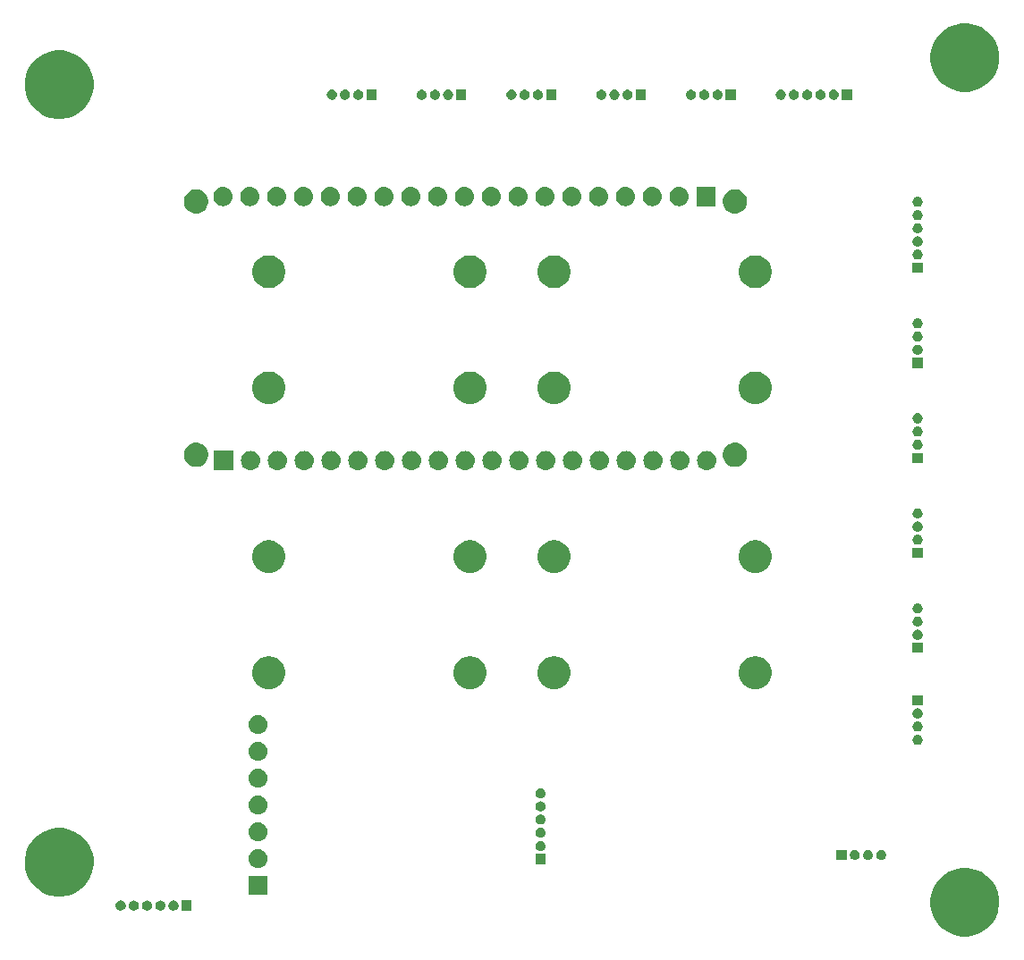
<source format=gbr>
G04 #@! TF.GenerationSoftware,KiCad,Pcbnew,(5.1.2)-2*
G04 #@! TF.CreationDate,2021-04-07T22:12:18-04:00*
G04 #@! TF.ProjectId,Magnetometer_A,4d61676e-6574-46f6-9d65-7465725f412e,rev?*
G04 #@! TF.SameCoordinates,Original*
G04 #@! TF.FileFunction,Soldermask,Bot*
G04 #@! TF.FilePolarity,Negative*
%FSLAX46Y46*%
G04 Gerber Fmt 4.6, Leading zero omitted, Abs format (unit mm)*
G04 Created by KiCad (PCBNEW (5.1.2)-2) date 2021-04-07 22:12:18*
%MOMM*%
%LPD*%
G04 APERTURE LIST*
%ADD10C,0.100000*%
G04 APERTURE END LIST*
D10*
G36*
X125294239Y-103911467D02*
G01*
X125608282Y-103973934D01*
X126199926Y-104219001D01*
X126732392Y-104574784D01*
X127185216Y-105027608D01*
X127540999Y-105560074D01*
X127786066Y-106151718D01*
X127786066Y-106151719D01*
X127911000Y-106779803D01*
X127911000Y-107420197D01*
X127854661Y-107703432D01*
X127786066Y-108048282D01*
X127540999Y-108639926D01*
X127185216Y-109172392D01*
X126732392Y-109625216D01*
X126199926Y-109980999D01*
X125608282Y-110226066D01*
X125294239Y-110288533D01*
X124980197Y-110351000D01*
X124339803Y-110351000D01*
X124025761Y-110288533D01*
X123711718Y-110226066D01*
X123120074Y-109980999D01*
X122587608Y-109625216D01*
X122134784Y-109172392D01*
X121779001Y-108639926D01*
X121533934Y-108048282D01*
X121465339Y-107703432D01*
X121409000Y-107420197D01*
X121409000Y-106779803D01*
X121533934Y-106151719D01*
X121533934Y-106151718D01*
X121779001Y-105560074D01*
X122134784Y-105027608D01*
X122587608Y-104574784D01*
X123120074Y-104219001D01*
X123711718Y-103973934D01*
X124025761Y-103911467D01*
X124339803Y-103849000D01*
X124980197Y-103849000D01*
X125294239Y-103911467D01*
X125294239Y-103911467D01*
G37*
G36*
X51476000Y-107876000D02*
G01*
X50524000Y-107876000D01*
X50524000Y-106924000D01*
X51476000Y-106924000D01*
X51476000Y-107876000D01*
X51476000Y-107876000D01*
G37*
G36*
X49888843Y-106942292D02*
G01*
X49939588Y-106963311D01*
X49975470Y-106978174D01*
X50053432Y-107030267D01*
X50119733Y-107096568D01*
X50171826Y-107174530D01*
X50171826Y-107174531D01*
X50207708Y-107261157D01*
X50226000Y-107353117D01*
X50226000Y-107446883D01*
X50207708Y-107538843D01*
X50186689Y-107589588D01*
X50171826Y-107625470D01*
X50119733Y-107703432D01*
X50053432Y-107769733D01*
X49975470Y-107821826D01*
X49939588Y-107836689D01*
X49888843Y-107857708D01*
X49796883Y-107876000D01*
X49703117Y-107876000D01*
X49611157Y-107857708D01*
X49560412Y-107836689D01*
X49524530Y-107821826D01*
X49446568Y-107769733D01*
X49380267Y-107703432D01*
X49328174Y-107625470D01*
X49313311Y-107589588D01*
X49292292Y-107538843D01*
X49274000Y-107446883D01*
X49274000Y-107353117D01*
X49292292Y-107261157D01*
X49328174Y-107174531D01*
X49328174Y-107174530D01*
X49380267Y-107096568D01*
X49446568Y-107030267D01*
X49524530Y-106978174D01*
X49560412Y-106963311D01*
X49611157Y-106942292D01*
X49703117Y-106924000D01*
X49796883Y-106924000D01*
X49888843Y-106942292D01*
X49888843Y-106942292D01*
G37*
G36*
X48638843Y-106942292D02*
G01*
X48689588Y-106963311D01*
X48725470Y-106978174D01*
X48803432Y-107030267D01*
X48869733Y-107096568D01*
X48921826Y-107174530D01*
X48921826Y-107174531D01*
X48957708Y-107261157D01*
X48976000Y-107353117D01*
X48976000Y-107446883D01*
X48957708Y-107538843D01*
X48936689Y-107589588D01*
X48921826Y-107625470D01*
X48869733Y-107703432D01*
X48803432Y-107769733D01*
X48725470Y-107821826D01*
X48689588Y-107836689D01*
X48638843Y-107857708D01*
X48546883Y-107876000D01*
X48453117Y-107876000D01*
X48361157Y-107857708D01*
X48310412Y-107836689D01*
X48274530Y-107821826D01*
X48196568Y-107769733D01*
X48130267Y-107703432D01*
X48078174Y-107625470D01*
X48063311Y-107589588D01*
X48042292Y-107538843D01*
X48024000Y-107446883D01*
X48024000Y-107353117D01*
X48042292Y-107261157D01*
X48078174Y-107174531D01*
X48078174Y-107174530D01*
X48130267Y-107096568D01*
X48196568Y-107030267D01*
X48274530Y-106978174D01*
X48310412Y-106963311D01*
X48361157Y-106942292D01*
X48453117Y-106924000D01*
X48546883Y-106924000D01*
X48638843Y-106942292D01*
X48638843Y-106942292D01*
G37*
G36*
X46138843Y-106942292D02*
G01*
X46189588Y-106963311D01*
X46225470Y-106978174D01*
X46303432Y-107030267D01*
X46369733Y-107096568D01*
X46421826Y-107174530D01*
X46421826Y-107174531D01*
X46457708Y-107261157D01*
X46476000Y-107353117D01*
X46476000Y-107446883D01*
X46457708Y-107538843D01*
X46436689Y-107589588D01*
X46421826Y-107625470D01*
X46369733Y-107703432D01*
X46303432Y-107769733D01*
X46225470Y-107821826D01*
X46189588Y-107836689D01*
X46138843Y-107857708D01*
X46046883Y-107876000D01*
X45953117Y-107876000D01*
X45861157Y-107857708D01*
X45810412Y-107836689D01*
X45774530Y-107821826D01*
X45696568Y-107769733D01*
X45630267Y-107703432D01*
X45578174Y-107625470D01*
X45563311Y-107589588D01*
X45542292Y-107538843D01*
X45524000Y-107446883D01*
X45524000Y-107353117D01*
X45542292Y-107261157D01*
X45578174Y-107174531D01*
X45578174Y-107174530D01*
X45630267Y-107096568D01*
X45696568Y-107030267D01*
X45774530Y-106978174D01*
X45810412Y-106963311D01*
X45861157Y-106942292D01*
X45953117Y-106924000D01*
X46046883Y-106924000D01*
X46138843Y-106942292D01*
X46138843Y-106942292D01*
G37*
G36*
X47388843Y-106942292D02*
G01*
X47439588Y-106963311D01*
X47475470Y-106978174D01*
X47553432Y-107030267D01*
X47619733Y-107096568D01*
X47671826Y-107174530D01*
X47671826Y-107174531D01*
X47707708Y-107261157D01*
X47726000Y-107353117D01*
X47726000Y-107446883D01*
X47707708Y-107538843D01*
X47686689Y-107589588D01*
X47671826Y-107625470D01*
X47619733Y-107703432D01*
X47553432Y-107769733D01*
X47475470Y-107821826D01*
X47439588Y-107836689D01*
X47388843Y-107857708D01*
X47296883Y-107876000D01*
X47203117Y-107876000D01*
X47111157Y-107857708D01*
X47060412Y-107836689D01*
X47024530Y-107821826D01*
X46946568Y-107769733D01*
X46880267Y-107703432D01*
X46828174Y-107625470D01*
X46813311Y-107589588D01*
X46792292Y-107538843D01*
X46774000Y-107446883D01*
X46774000Y-107353117D01*
X46792292Y-107261157D01*
X46828174Y-107174531D01*
X46828174Y-107174530D01*
X46880267Y-107096568D01*
X46946568Y-107030267D01*
X47024530Y-106978174D01*
X47060412Y-106963311D01*
X47111157Y-106942292D01*
X47203117Y-106924000D01*
X47296883Y-106924000D01*
X47388843Y-106942292D01*
X47388843Y-106942292D01*
G37*
G36*
X44888843Y-106942292D02*
G01*
X44939588Y-106963311D01*
X44975470Y-106978174D01*
X45053432Y-107030267D01*
X45119733Y-107096568D01*
X45171826Y-107174530D01*
X45171826Y-107174531D01*
X45207708Y-107261157D01*
X45226000Y-107353117D01*
X45226000Y-107446883D01*
X45207708Y-107538843D01*
X45186689Y-107589588D01*
X45171826Y-107625470D01*
X45119733Y-107703432D01*
X45053432Y-107769733D01*
X44975470Y-107821826D01*
X44939588Y-107836689D01*
X44888843Y-107857708D01*
X44796883Y-107876000D01*
X44703117Y-107876000D01*
X44611157Y-107857708D01*
X44560412Y-107836689D01*
X44524530Y-107821826D01*
X44446568Y-107769733D01*
X44380267Y-107703432D01*
X44328174Y-107625470D01*
X44313311Y-107589588D01*
X44292292Y-107538843D01*
X44274000Y-107446883D01*
X44274000Y-107353117D01*
X44292292Y-107261157D01*
X44328174Y-107174531D01*
X44328174Y-107174530D01*
X44380267Y-107096568D01*
X44446568Y-107030267D01*
X44524530Y-106978174D01*
X44560412Y-106963311D01*
X44611157Y-106942292D01*
X44703117Y-106924000D01*
X44796883Y-106924000D01*
X44888843Y-106942292D01*
X44888843Y-106942292D01*
G37*
G36*
X39574239Y-100121467D02*
G01*
X39888282Y-100183934D01*
X40479926Y-100429001D01*
X40906477Y-100714014D01*
X41012391Y-100784783D01*
X41465217Y-101237609D01*
X41512226Y-101307963D01*
X41820999Y-101770074D01*
X42066066Y-102361718D01*
X42098346Y-102524000D01*
X42191000Y-102989803D01*
X42191000Y-103630197D01*
X42147477Y-103849000D01*
X42066066Y-104258282D01*
X41820999Y-104849926D01*
X41465216Y-105382392D01*
X41012392Y-105835216D01*
X40479926Y-106190999D01*
X39888282Y-106436066D01*
X39574239Y-106498533D01*
X39260197Y-106561000D01*
X38619803Y-106561000D01*
X38305761Y-106498533D01*
X37991718Y-106436066D01*
X37400074Y-106190999D01*
X36867608Y-105835216D01*
X36414784Y-105382392D01*
X36059001Y-104849926D01*
X35813934Y-104258282D01*
X35732523Y-103849000D01*
X35689000Y-103630197D01*
X35689000Y-102989803D01*
X35781654Y-102524000D01*
X35813934Y-102361718D01*
X36059001Y-101770074D01*
X36367774Y-101307963D01*
X36414783Y-101237609D01*
X36867609Y-100784783D01*
X36973523Y-100714014D01*
X37400074Y-100429001D01*
X37991718Y-100183934D01*
X38305761Y-100121467D01*
X38619803Y-100059000D01*
X39260197Y-100059000D01*
X39574239Y-100121467D01*
X39574239Y-100121467D01*
G37*
G36*
X58651000Y-106401000D02*
G01*
X56849000Y-106401000D01*
X56849000Y-104599000D01*
X58651000Y-104599000D01*
X58651000Y-106401000D01*
X58651000Y-106401000D01*
G37*
G36*
X57860443Y-102065519D02*
G01*
X57926627Y-102072037D01*
X58096466Y-102123557D01*
X58096468Y-102123558D01*
X58131518Y-102142293D01*
X58252991Y-102207222D01*
X58275872Y-102226000D01*
X58390186Y-102319814D01*
X58435090Y-102374531D01*
X58502778Y-102457009D01*
X58586443Y-102613534D01*
X58637963Y-102783373D01*
X58655359Y-102960000D01*
X58637963Y-103136627D01*
X58586443Y-103306466D01*
X58502778Y-103462991D01*
X58473448Y-103498729D01*
X58390186Y-103600186D01*
X58288729Y-103683448D01*
X58252991Y-103712778D01*
X58096466Y-103796443D01*
X57926627Y-103847963D01*
X57860443Y-103854481D01*
X57794260Y-103861000D01*
X57705740Y-103861000D01*
X57639557Y-103854481D01*
X57573373Y-103847963D01*
X57403534Y-103796443D01*
X57247009Y-103712778D01*
X57211271Y-103683448D01*
X57109814Y-103600186D01*
X57026552Y-103498729D01*
X56997222Y-103462991D01*
X56913557Y-103306466D01*
X56862037Y-103136627D01*
X56844641Y-102960000D01*
X56862037Y-102783373D01*
X56913557Y-102613534D01*
X56997222Y-102457009D01*
X57064910Y-102374531D01*
X57109814Y-102319814D01*
X57224128Y-102226000D01*
X57247009Y-102207222D01*
X57368482Y-102142293D01*
X57403532Y-102123558D01*
X57403534Y-102123557D01*
X57573373Y-102072037D01*
X57639557Y-102065519D01*
X57705740Y-102059000D01*
X57794260Y-102059000D01*
X57860443Y-102065519D01*
X57860443Y-102065519D01*
G37*
G36*
X84976000Y-103476000D02*
G01*
X84024000Y-103476000D01*
X84024000Y-102524000D01*
X84976000Y-102524000D01*
X84976000Y-103476000D01*
X84976000Y-103476000D01*
G37*
G36*
X116888843Y-102142292D02*
G01*
X116939588Y-102163311D01*
X116975470Y-102178174D01*
X117053432Y-102230267D01*
X117119733Y-102296568D01*
X117171826Y-102374530D01*
X117171826Y-102374531D01*
X117207708Y-102461157D01*
X117226000Y-102553117D01*
X117226000Y-102646883D01*
X117207708Y-102738843D01*
X117189263Y-102783373D01*
X117171826Y-102825470D01*
X117119733Y-102903432D01*
X117053432Y-102969733D01*
X116975470Y-103021826D01*
X116939588Y-103036689D01*
X116888843Y-103057708D01*
X116796883Y-103076000D01*
X116703117Y-103076000D01*
X116611157Y-103057708D01*
X116560412Y-103036689D01*
X116524530Y-103021826D01*
X116446568Y-102969733D01*
X116380267Y-102903432D01*
X116328174Y-102825470D01*
X116310737Y-102783373D01*
X116292292Y-102738843D01*
X116274000Y-102646883D01*
X116274000Y-102553117D01*
X116292292Y-102461157D01*
X116328174Y-102374531D01*
X116328174Y-102374530D01*
X116380267Y-102296568D01*
X116446568Y-102230267D01*
X116524530Y-102178174D01*
X116560412Y-102163311D01*
X116611157Y-102142292D01*
X116703117Y-102124000D01*
X116796883Y-102124000D01*
X116888843Y-102142292D01*
X116888843Y-102142292D01*
G37*
G36*
X115638843Y-102142292D02*
G01*
X115689588Y-102163311D01*
X115725470Y-102178174D01*
X115803432Y-102230267D01*
X115869733Y-102296568D01*
X115921826Y-102374530D01*
X115921826Y-102374531D01*
X115957708Y-102461157D01*
X115976000Y-102553117D01*
X115976000Y-102646883D01*
X115957708Y-102738843D01*
X115939263Y-102783373D01*
X115921826Y-102825470D01*
X115869733Y-102903432D01*
X115803432Y-102969733D01*
X115725470Y-103021826D01*
X115689588Y-103036689D01*
X115638843Y-103057708D01*
X115546883Y-103076000D01*
X115453117Y-103076000D01*
X115361157Y-103057708D01*
X115310412Y-103036689D01*
X115274530Y-103021826D01*
X115196568Y-102969733D01*
X115130267Y-102903432D01*
X115078174Y-102825470D01*
X115060737Y-102783373D01*
X115042292Y-102738843D01*
X115024000Y-102646883D01*
X115024000Y-102553117D01*
X115042292Y-102461157D01*
X115078174Y-102374531D01*
X115078174Y-102374530D01*
X115130267Y-102296568D01*
X115196568Y-102230267D01*
X115274530Y-102178174D01*
X115310412Y-102163311D01*
X115361157Y-102142292D01*
X115453117Y-102124000D01*
X115546883Y-102124000D01*
X115638843Y-102142292D01*
X115638843Y-102142292D01*
G37*
G36*
X114388843Y-102142292D02*
G01*
X114439588Y-102163311D01*
X114475470Y-102178174D01*
X114553432Y-102230267D01*
X114619733Y-102296568D01*
X114671826Y-102374530D01*
X114671826Y-102374531D01*
X114707708Y-102461157D01*
X114726000Y-102553117D01*
X114726000Y-102646883D01*
X114707708Y-102738843D01*
X114689263Y-102783373D01*
X114671826Y-102825470D01*
X114619733Y-102903432D01*
X114553432Y-102969733D01*
X114475470Y-103021826D01*
X114439588Y-103036689D01*
X114388843Y-103057708D01*
X114296883Y-103076000D01*
X114203117Y-103076000D01*
X114111157Y-103057708D01*
X114060412Y-103036689D01*
X114024530Y-103021826D01*
X113946568Y-102969733D01*
X113880267Y-102903432D01*
X113828174Y-102825470D01*
X113810737Y-102783373D01*
X113792292Y-102738843D01*
X113774000Y-102646883D01*
X113774000Y-102553117D01*
X113792292Y-102461157D01*
X113828174Y-102374531D01*
X113828174Y-102374530D01*
X113880267Y-102296568D01*
X113946568Y-102230267D01*
X114024530Y-102178174D01*
X114060412Y-102163311D01*
X114111157Y-102142292D01*
X114203117Y-102124000D01*
X114296883Y-102124000D01*
X114388843Y-102142292D01*
X114388843Y-102142292D01*
G37*
G36*
X113476000Y-103076000D02*
G01*
X112524000Y-103076000D01*
X112524000Y-102124000D01*
X113476000Y-102124000D01*
X113476000Y-103076000D01*
X113476000Y-103076000D01*
G37*
G36*
X84638843Y-101292292D02*
G01*
X84689588Y-101313311D01*
X84725470Y-101328174D01*
X84803432Y-101380267D01*
X84869733Y-101446568D01*
X84921826Y-101524530D01*
X84921826Y-101524531D01*
X84957708Y-101611157D01*
X84976000Y-101703117D01*
X84976000Y-101796883D01*
X84957708Y-101888843D01*
X84936689Y-101939588D01*
X84921826Y-101975470D01*
X84869733Y-102053432D01*
X84803432Y-102119733D01*
X84725470Y-102171826D01*
X84710144Y-102178174D01*
X84638843Y-102207708D01*
X84546883Y-102226000D01*
X84453117Y-102226000D01*
X84361157Y-102207708D01*
X84289856Y-102178174D01*
X84274530Y-102171826D01*
X84196568Y-102119733D01*
X84130267Y-102053432D01*
X84078174Y-101975470D01*
X84063311Y-101939588D01*
X84042292Y-101888843D01*
X84024000Y-101796883D01*
X84024000Y-101703117D01*
X84042292Y-101611157D01*
X84078174Y-101524531D01*
X84078174Y-101524530D01*
X84130267Y-101446568D01*
X84196568Y-101380267D01*
X84274530Y-101328174D01*
X84310412Y-101313311D01*
X84361157Y-101292292D01*
X84453117Y-101274000D01*
X84546883Y-101274000D01*
X84638843Y-101292292D01*
X84638843Y-101292292D01*
G37*
G36*
X57860442Y-99525518D02*
G01*
X57926627Y-99532037D01*
X58096466Y-99583557D01*
X58252991Y-99667222D01*
X58288729Y-99696552D01*
X58390186Y-99779814D01*
X58473448Y-99881271D01*
X58502778Y-99917009D01*
X58586443Y-100073534D01*
X58637963Y-100243373D01*
X58655359Y-100420000D01*
X58637963Y-100596627D01*
X58586443Y-100766466D01*
X58502778Y-100922991D01*
X58474287Y-100957707D01*
X58390186Y-101060186D01*
X58288729Y-101143448D01*
X58252991Y-101172778D01*
X58096466Y-101256443D01*
X57926627Y-101307963D01*
X57860443Y-101314481D01*
X57794260Y-101321000D01*
X57705740Y-101321000D01*
X57639558Y-101314482D01*
X57573373Y-101307963D01*
X57403534Y-101256443D01*
X57247009Y-101172778D01*
X57211271Y-101143448D01*
X57109814Y-101060186D01*
X57025713Y-100957707D01*
X56997222Y-100922991D01*
X56913557Y-100766466D01*
X56862037Y-100596627D01*
X56844641Y-100420000D01*
X56862037Y-100243373D01*
X56913557Y-100073534D01*
X56997222Y-99917009D01*
X57026552Y-99881271D01*
X57109814Y-99779814D01*
X57211271Y-99696552D01*
X57247009Y-99667222D01*
X57403534Y-99583557D01*
X57573373Y-99532037D01*
X57639558Y-99525518D01*
X57705740Y-99519000D01*
X57794260Y-99519000D01*
X57860442Y-99525518D01*
X57860442Y-99525518D01*
G37*
G36*
X84638843Y-100042292D02*
G01*
X84679179Y-100059000D01*
X84725470Y-100078174D01*
X84803432Y-100130267D01*
X84869733Y-100196568D01*
X84921826Y-100274530D01*
X84921826Y-100274531D01*
X84957708Y-100361157D01*
X84976000Y-100453117D01*
X84976000Y-100546883D01*
X84957708Y-100638843D01*
X84936689Y-100689588D01*
X84921826Y-100725470D01*
X84869733Y-100803432D01*
X84803432Y-100869733D01*
X84725470Y-100921826D01*
X84689588Y-100936689D01*
X84638843Y-100957708D01*
X84546883Y-100976000D01*
X84453117Y-100976000D01*
X84361157Y-100957708D01*
X84310412Y-100936689D01*
X84274530Y-100921826D01*
X84196568Y-100869733D01*
X84130267Y-100803432D01*
X84078174Y-100725470D01*
X84063311Y-100689588D01*
X84042292Y-100638843D01*
X84024000Y-100546883D01*
X84024000Y-100453117D01*
X84042292Y-100361157D01*
X84078174Y-100274531D01*
X84078174Y-100274530D01*
X84130267Y-100196568D01*
X84196568Y-100130267D01*
X84274530Y-100078174D01*
X84320821Y-100059000D01*
X84361157Y-100042292D01*
X84453117Y-100024000D01*
X84546883Y-100024000D01*
X84638843Y-100042292D01*
X84638843Y-100042292D01*
G37*
G36*
X84638843Y-98792292D02*
G01*
X84689588Y-98813311D01*
X84725470Y-98828174D01*
X84803432Y-98880267D01*
X84869733Y-98946568D01*
X84921826Y-99024530D01*
X84921826Y-99024531D01*
X84957708Y-99111157D01*
X84976000Y-99203117D01*
X84976000Y-99296883D01*
X84957708Y-99388843D01*
X84936689Y-99439588D01*
X84921826Y-99475470D01*
X84869733Y-99553432D01*
X84803432Y-99619733D01*
X84725470Y-99671826D01*
X84689588Y-99686689D01*
X84638843Y-99707708D01*
X84546883Y-99726000D01*
X84453117Y-99726000D01*
X84361157Y-99707708D01*
X84310412Y-99686689D01*
X84274530Y-99671826D01*
X84196568Y-99619733D01*
X84130267Y-99553432D01*
X84078174Y-99475470D01*
X84063311Y-99439588D01*
X84042292Y-99388843D01*
X84024000Y-99296883D01*
X84024000Y-99203117D01*
X84042292Y-99111157D01*
X84078174Y-99024531D01*
X84078174Y-99024530D01*
X84130267Y-98946568D01*
X84196568Y-98880267D01*
X84274530Y-98828174D01*
X84310412Y-98813311D01*
X84361157Y-98792292D01*
X84453117Y-98774000D01*
X84546883Y-98774000D01*
X84638843Y-98792292D01*
X84638843Y-98792292D01*
G37*
G36*
X57860443Y-96985519D02*
G01*
X57926627Y-96992037D01*
X58096466Y-97043557D01*
X58252991Y-97127222D01*
X58288729Y-97156552D01*
X58390186Y-97239814D01*
X58473448Y-97341271D01*
X58502778Y-97377009D01*
X58586443Y-97533534D01*
X58637963Y-97703373D01*
X58655359Y-97880000D01*
X58637963Y-98056627D01*
X58586745Y-98225469D01*
X58586442Y-98226468D01*
X58544610Y-98304729D01*
X58502778Y-98382991D01*
X58473448Y-98418729D01*
X58390186Y-98520186D01*
X58288729Y-98603448D01*
X58252991Y-98632778D01*
X58096466Y-98716443D01*
X57926627Y-98767963D01*
X57865331Y-98774000D01*
X57794260Y-98781000D01*
X57705740Y-98781000D01*
X57634669Y-98774000D01*
X57573373Y-98767963D01*
X57403534Y-98716443D01*
X57247009Y-98632778D01*
X57211271Y-98603448D01*
X57109814Y-98520186D01*
X57026552Y-98418729D01*
X56997222Y-98382991D01*
X56955389Y-98304728D01*
X56913558Y-98226468D01*
X56913255Y-98225469D01*
X56862037Y-98056627D01*
X56844641Y-97880000D01*
X56862037Y-97703373D01*
X56913557Y-97533534D01*
X56997222Y-97377009D01*
X57026552Y-97341271D01*
X57109814Y-97239814D01*
X57211271Y-97156552D01*
X57247009Y-97127222D01*
X57403534Y-97043557D01*
X57573373Y-96992037D01*
X57639557Y-96985519D01*
X57705740Y-96979000D01*
X57794260Y-96979000D01*
X57860443Y-96985519D01*
X57860443Y-96985519D01*
G37*
G36*
X84638843Y-97542292D02*
G01*
X84689588Y-97563311D01*
X84725470Y-97578174D01*
X84803432Y-97630267D01*
X84869733Y-97696568D01*
X84921826Y-97774530D01*
X84921826Y-97774531D01*
X84957708Y-97861157D01*
X84976000Y-97953117D01*
X84976000Y-98046883D01*
X84957708Y-98138843D01*
X84936689Y-98189588D01*
X84921826Y-98225470D01*
X84869733Y-98303432D01*
X84803432Y-98369733D01*
X84725470Y-98421826D01*
X84689588Y-98436689D01*
X84638843Y-98457708D01*
X84546883Y-98476000D01*
X84453117Y-98476000D01*
X84361157Y-98457708D01*
X84310412Y-98436689D01*
X84274530Y-98421826D01*
X84196568Y-98369733D01*
X84130267Y-98303432D01*
X84078174Y-98225470D01*
X84063311Y-98189588D01*
X84042292Y-98138843D01*
X84024000Y-98046883D01*
X84024000Y-97953117D01*
X84042292Y-97861157D01*
X84078174Y-97774531D01*
X84078174Y-97774530D01*
X84130267Y-97696568D01*
X84196568Y-97630267D01*
X84274530Y-97578174D01*
X84310412Y-97563311D01*
X84361157Y-97542292D01*
X84453117Y-97524000D01*
X84546883Y-97524000D01*
X84638843Y-97542292D01*
X84638843Y-97542292D01*
G37*
G36*
X84638843Y-96292292D02*
G01*
X84689588Y-96313311D01*
X84725470Y-96328174D01*
X84803432Y-96380267D01*
X84869733Y-96446568D01*
X84921826Y-96524530D01*
X84921826Y-96524531D01*
X84957708Y-96611157D01*
X84976000Y-96703117D01*
X84976000Y-96796883D01*
X84957708Y-96888843D01*
X84936689Y-96939588D01*
X84921826Y-96975470D01*
X84869733Y-97053432D01*
X84803432Y-97119733D01*
X84725470Y-97171826D01*
X84689588Y-97186689D01*
X84638843Y-97207708D01*
X84546883Y-97226000D01*
X84453117Y-97226000D01*
X84361157Y-97207708D01*
X84310412Y-97186689D01*
X84274530Y-97171826D01*
X84196568Y-97119733D01*
X84130267Y-97053432D01*
X84078174Y-96975470D01*
X84063311Y-96939588D01*
X84042292Y-96888843D01*
X84024000Y-96796883D01*
X84024000Y-96703117D01*
X84042292Y-96611157D01*
X84078174Y-96524531D01*
X84078174Y-96524530D01*
X84130267Y-96446568D01*
X84196568Y-96380267D01*
X84274530Y-96328174D01*
X84310412Y-96313311D01*
X84361157Y-96292292D01*
X84453117Y-96274000D01*
X84546883Y-96274000D01*
X84638843Y-96292292D01*
X84638843Y-96292292D01*
G37*
G36*
X57860442Y-94445518D02*
G01*
X57926627Y-94452037D01*
X58096466Y-94503557D01*
X58252991Y-94587222D01*
X58288729Y-94616552D01*
X58390186Y-94699814D01*
X58473448Y-94801271D01*
X58502778Y-94837009D01*
X58586443Y-94993534D01*
X58637963Y-95163373D01*
X58655359Y-95340000D01*
X58637963Y-95516627D01*
X58586443Y-95686466D01*
X58502778Y-95842991D01*
X58473448Y-95878729D01*
X58390186Y-95980186D01*
X58288729Y-96063448D01*
X58252991Y-96092778D01*
X58096466Y-96176443D01*
X57926627Y-96227963D01*
X57860443Y-96234481D01*
X57794260Y-96241000D01*
X57705740Y-96241000D01*
X57639557Y-96234481D01*
X57573373Y-96227963D01*
X57403534Y-96176443D01*
X57247009Y-96092778D01*
X57211271Y-96063448D01*
X57109814Y-95980186D01*
X57026552Y-95878729D01*
X56997222Y-95842991D01*
X56913557Y-95686466D01*
X56862037Y-95516627D01*
X56844641Y-95340000D01*
X56862037Y-95163373D01*
X56913557Y-94993534D01*
X56997222Y-94837009D01*
X57026552Y-94801271D01*
X57109814Y-94699814D01*
X57211271Y-94616552D01*
X57247009Y-94587222D01*
X57403534Y-94503557D01*
X57573373Y-94452037D01*
X57639558Y-94445518D01*
X57705740Y-94439000D01*
X57794260Y-94439000D01*
X57860442Y-94445518D01*
X57860442Y-94445518D01*
G37*
G36*
X57860443Y-91905519D02*
G01*
X57926627Y-91912037D01*
X58096466Y-91963557D01*
X58252991Y-92047222D01*
X58288729Y-92076552D01*
X58390186Y-92159814D01*
X58473448Y-92261271D01*
X58502778Y-92297009D01*
X58586443Y-92453534D01*
X58637963Y-92623373D01*
X58655359Y-92800000D01*
X58637963Y-92976627D01*
X58586443Y-93146466D01*
X58502778Y-93302991D01*
X58473448Y-93338729D01*
X58390186Y-93440186D01*
X58288729Y-93523448D01*
X58252991Y-93552778D01*
X58096466Y-93636443D01*
X57926627Y-93687963D01*
X57860443Y-93694481D01*
X57794260Y-93701000D01*
X57705740Y-93701000D01*
X57639557Y-93694481D01*
X57573373Y-93687963D01*
X57403534Y-93636443D01*
X57247009Y-93552778D01*
X57211271Y-93523448D01*
X57109814Y-93440186D01*
X57026552Y-93338729D01*
X56997222Y-93302991D01*
X56913557Y-93146466D01*
X56862037Y-92976627D01*
X56844641Y-92800000D01*
X56862037Y-92623373D01*
X56913557Y-92453534D01*
X56997222Y-92297009D01*
X57026552Y-92261271D01*
X57109814Y-92159814D01*
X57211271Y-92076552D01*
X57247009Y-92047222D01*
X57403534Y-91963557D01*
X57573373Y-91912037D01*
X57639557Y-91905519D01*
X57705740Y-91899000D01*
X57794260Y-91899000D01*
X57860443Y-91905519D01*
X57860443Y-91905519D01*
G37*
G36*
X120338843Y-91242292D02*
G01*
X120389588Y-91263311D01*
X120425470Y-91278174D01*
X120503432Y-91330267D01*
X120569733Y-91396568D01*
X120621826Y-91474530D01*
X120621826Y-91474531D01*
X120657708Y-91561157D01*
X120676000Y-91653117D01*
X120676000Y-91746883D01*
X120657708Y-91838843D01*
X120636689Y-91889588D01*
X120621826Y-91925470D01*
X120569733Y-92003432D01*
X120503432Y-92069733D01*
X120425470Y-92121826D01*
X120389588Y-92136689D01*
X120338843Y-92157708D01*
X120246883Y-92176000D01*
X120153117Y-92176000D01*
X120061157Y-92157708D01*
X120010412Y-92136689D01*
X119974530Y-92121826D01*
X119896568Y-92069733D01*
X119830267Y-92003432D01*
X119778174Y-91925470D01*
X119763311Y-91889588D01*
X119742292Y-91838843D01*
X119724000Y-91746883D01*
X119724000Y-91653117D01*
X119742292Y-91561157D01*
X119778174Y-91474531D01*
X119778174Y-91474530D01*
X119830267Y-91396568D01*
X119896568Y-91330267D01*
X119974530Y-91278174D01*
X120010412Y-91263311D01*
X120061157Y-91242292D01*
X120153117Y-91224000D01*
X120246883Y-91224000D01*
X120338843Y-91242292D01*
X120338843Y-91242292D01*
G37*
G36*
X57860442Y-89365518D02*
G01*
X57926627Y-89372037D01*
X58096466Y-89423557D01*
X58252991Y-89507222D01*
X58288729Y-89536552D01*
X58390186Y-89619814D01*
X58473448Y-89721271D01*
X58502778Y-89757009D01*
X58586443Y-89913534D01*
X58637963Y-90083373D01*
X58655359Y-90260000D01*
X58637963Y-90436627D01*
X58586443Y-90606466D01*
X58502778Y-90762991D01*
X58473448Y-90798729D01*
X58390186Y-90900186D01*
X58288729Y-90983448D01*
X58252991Y-91012778D01*
X58096466Y-91096443D01*
X57926627Y-91147963D01*
X57860442Y-91154482D01*
X57794260Y-91161000D01*
X57705740Y-91161000D01*
X57639558Y-91154482D01*
X57573373Y-91147963D01*
X57403534Y-91096443D01*
X57247009Y-91012778D01*
X57211271Y-90983448D01*
X57109814Y-90900186D01*
X57026552Y-90798729D01*
X56997222Y-90762991D01*
X56913557Y-90606466D01*
X56862037Y-90436627D01*
X56844641Y-90260000D01*
X56862037Y-90083373D01*
X56913557Y-89913534D01*
X56997222Y-89757009D01*
X57026552Y-89721271D01*
X57109814Y-89619814D01*
X57211271Y-89536552D01*
X57247009Y-89507222D01*
X57403534Y-89423557D01*
X57573373Y-89372037D01*
X57639558Y-89365518D01*
X57705740Y-89359000D01*
X57794260Y-89359000D01*
X57860442Y-89365518D01*
X57860442Y-89365518D01*
G37*
G36*
X120338843Y-89992292D02*
G01*
X120389588Y-90013311D01*
X120425470Y-90028174D01*
X120503432Y-90080267D01*
X120569733Y-90146568D01*
X120621826Y-90224530D01*
X120621826Y-90224531D01*
X120657708Y-90311157D01*
X120676000Y-90403117D01*
X120676000Y-90496883D01*
X120657708Y-90588843D01*
X120650408Y-90606466D01*
X120621826Y-90675470D01*
X120569733Y-90753432D01*
X120503432Y-90819733D01*
X120425470Y-90871826D01*
X120389588Y-90886689D01*
X120338843Y-90907708D01*
X120246883Y-90926000D01*
X120153117Y-90926000D01*
X120061157Y-90907708D01*
X120010412Y-90886689D01*
X119974530Y-90871826D01*
X119896568Y-90819733D01*
X119830267Y-90753432D01*
X119778174Y-90675470D01*
X119749592Y-90606466D01*
X119742292Y-90588843D01*
X119724000Y-90496883D01*
X119724000Y-90403117D01*
X119742292Y-90311157D01*
X119778174Y-90224531D01*
X119778174Y-90224530D01*
X119830267Y-90146568D01*
X119896568Y-90080267D01*
X119974530Y-90028174D01*
X120010412Y-90013311D01*
X120061157Y-89992292D01*
X120153117Y-89974000D01*
X120246883Y-89974000D01*
X120338843Y-89992292D01*
X120338843Y-89992292D01*
G37*
G36*
X120338843Y-88742292D02*
G01*
X120389588Y-88763311D01*
X120425470Y-88778174D01*
X120503432Y-88830267D01*
X120569733Y-88896568D01*
X120621826Y-88974530D01*
X120621826Y-88974531D01*
X120657708Y-89061157D01*
X120676000Y-89153117D01*
X120676000Y-89246883D01*
X120657708Y-89338843D01*
X120643958Y-89372037D01*
X120621826Y-89425470D01*
X120569733Y-89503432D01*
X120503432Y-89569733D01*
X120425470Y-89621826D01*
X120389588Y-89636689D01*
X120338843Y-89657708D01*
X120246883Y-89676000D01*
X120153117Y-89676000D01*
X120061157Y-89657708D01*
X120010412Y-89636689D01*
X119974530Y-89621826D01*
X119896568Y-89569733D01*
X119830267Y-89503432D01*
X119778174Y-89425470D01*
X119756042Y-89372037D01*
X119742292Y-89338843D01*
X119724000Y-89246883D01*
X119724000Y-89153117D01*
X119742292Y-89061157D01*
X119778174Y-88974531D01*
X119778174Y-88974530D01*
X119830267Y-88896568D01*
X119896568Y-88830267D01*
X119974530Y-88778174D01*
X120010412Y-88763311D01*
X120061157Y-88742292D01*
X120153117Y-88724000D01*
X120246883Y-88724000D01*
X120338843Y-88742292D01*
X120338843Y-88742292D01*
G37*
G36*
X120676000Y-88426000D02*
G01*
X119724000Y-88426000D01*
X119724000Y-87474000D01*
X120676000Y-87474000D01*
X120676000Y-88426000D01*
X120676000Y-88426000D01*
G37*
G36*
X59090379Y-83844650D02*
G01*
X59240204Y-83874452D01*
X59522468Y-83991369D01*
X59776499Y-84161107D01*
X59992535Y-84377143D01*
X60162273Y-84631174D01*
X60279190Y-84913438D01*
X60338794Y-85213088D01*
X60338794Y-85518608D01*
X60279190Y-85818258D01*
X60162273Y-86100522D01*
X59992535Y-86354553D01*
X59776499Y-86570589D01*
X59522468Y-86740327D01*
X59240204Y-86857244D01*
X59090379Y-86887046D01*
X58940555Y-86916848D01*
X58635033Y-86916848D01*
X58485209Y-86887046D01*
X58335384Y-86857244D01*
X58053120Y-86740327D01*
X57799089Y-86570589D01*
X57583053Y-86354553D01*
X57413315Y-86100522D01*
X57296398Y-85818258D01*
X57236794Y-85518608D01*
X57236794Y-85213088D01*
X57296398Y-84913438D01*
X57413315Y-84631174D01*
X57583053Y-84377143D01*
X57799089Y-84161107D01*
X58053120Y-83991369D01*
X58335384Y-83874452D01*
X58485209Y-83844650D01*
X58635033Y-83814848D01*
X58940555Y-83814848D01*
X59090379Y-83844650D01*
X59090379Y-83844650D01*
G37*
G36*
X78142938Y-83844650D02*
G01*
X78292763Y-83874452D01*
X78575027Y-83991369D01*
X78829058Y-84161107D01*
X79045094Y-84377143D01*
X79214832Y-84631174D01*
X79331749Y-84913438D01*
X79391353Y-85213088D01*
X79391353Y-85518608D01*
X79331749Y-85818258D01*
X79214832Y-86100522D01*
X79045094Y-86354553D01*
X78829058Y-86570589D01*
X78575027Y-86740327D01*
X78292763Y-86857244D01*
X78142938Y-86887046D01*
X77993114Y-86916848D01*
X77687592Y-86916848D01*
X77537768Y-86887046D01*
X77387943Y-86857244D01*
X77105679Y-86740327D01*
X76851648Y-86570589D01*
X76635612Y-86354553D01*
X76465874Y-86100522D01*
X76348957Y-85818258D01*
X76289353Y-85518608D01*
X76289353Y-85213088D01*
X76348957Y-84913438D01*
X76465874Y-84631174D01*
X76635612Y-84377143D01*
X76851648Y-84161107D01*
X77105679Y-83991369D01*
X77387943Y-83874452D01*
X77537768Y-83844650D01*
X77687592Y-83814848D01*
X77993114Y-83814848D01*
X78142938Y-83844650D01*
X78142938Y-83844650D01*
G37*
G36*
X105142938Y-83844650D02*
G01*
X105292763Y-83874452D01*
X105575027Y-83991369D01*
X105829058Y-84161107D01*
X106045094Y-84377143D01*
X106214832Y-84631174D01*
X106331749Y-84913438D01*
X106391353Y-85213088D01*
X106391353Y-85518608D01*
X106331749Y-85818258D01*
X106214832Y-86100522D01*
X106045094Y-86354553D01*
X105829058Y-86570589D01*
X105575027Y-86740327D01*
X105292763Y-86857244D01*
X105142938Y-86887046D01*
X104993114Y-86916848D01*
X104687592Y-86916848D01*
X104537768Y-86887046D01*
X104387943Y-86857244D01*
X104105679Y-86740327D01*
X103851648Y-86570589D01*
X103635612Y-86354553D01*
X103465874Y-86100522D01*
X103348957Y-85818258D01*
X103289353Y-85518608D01*
X103289353Y-85213088D01*
X103348957Y-84913438D01*
X103465874Y-84631174D01*
X103635612Y-84377143D01*
X103851648Y-84161107D01*
X104105679Y-83991369D01*
X104387943Y-83874452D01*
X104537768Y-83844650D01*
X104687592Y-83814848D01*
X104993114Y-83814848D01*
X105142938Y-83844650D01*
X105142938Y-83844650D01*
G37*
G36*
X86090379Y-83844650D02*
G01*
X86240204Y-83874452D01*
X86522468Y-83991369D01*
X86776499Y-84161107D01*
X86992535Y-84377143D01*
X87162273Y-84631174D01*
X87279190Y-84913438D01*
X87338794Y-85213088D01*
X87338794Y-85518608D01*
X87279190Y-85818258D01*
X87162273Y-86100522D01*
X86992535Y-86354553D01*
X86776499Y-86570589D01*
X86522468Y-86740327D01*
X86240204Y-86857244D01*
X86090379Y-86887046D01*
X85940555Y-86916848D01*
X85635033Y-86916848D01*
X85485209Y-86887046D01*
X85335384Y-86857244D01*
X85053120Y-86740327D01*
X84799089Y-86570589D01*
X84583053Y-86354553D01*
X84413315Y-86100522D01*
X84296398Y-85818258D01*
X84236794Y-85518608D01*
X84236794Y-85213088D01*
X84296398Y-84913438D01*
X84413315Y-84631174D01*
X84583053Y-84377143D01*
X84799089Y-84161107D01*
X85053120Y-83991369D01*
X85335384Y-83874452D01*
X85485209Y-83844650D01*
X85635033Y-83814848D01*
X85940555Y-83814848D01*
X86090379Y-83844650D01*
X86090379Y-83844650D01*
G37*
G36*
X120676000Y-83476000D02*
G01*
X119724000Y-83476000D01*
X119724000Y-82524000D01*
X120676000Y-82524000D01*
X120676000Y-83476000D01*
X120676000Y-83476000D01*
G37*
G36*
X120338843Y-81292292D02*
G01*
X120389588Y-81313311D01*
X120425470Y-81328174D01*
X120503432Y-81380267D01*
X120569733Y-81446568D01*
X120621826Y-81524530D01*
X120621826Y-81524531D01*
X120657708Y-81611157D01*
X120676000Y-81703117D01*
X120676000Y-81796883D01*
X120657708Y-81888843D01*
X120636689Y-81939588D01*
X120621826Y-81975470D01*
X120569733Y-82053432D01*
X120503432Y-82119733D01*
X120425470Y-82171826D01*
X120389588Y-82186689D01*
X120338843Y-82207708D01*
X120246883Y-82226000D01*
X120153117Y-82226000D01*
X120061157Y-82207708D01*
X120010412Y-82186689D01*
X119974530Y-82171826D01*
X119896568Y-82119733D01*
X119830267Y-82053432D01*
X119778174Y-81975470D01*
X119763311Y-81939588D01*
X119742292Y-81888843D01*
X119724000Y-81796883D01*
X119724000Y-81703117D01*
X119742292Y-81611157D01*
X119778174Y-81524531D01*
X119778174Y-81524530D01*
X119830267Y-81446568D01*
X119896568Y-81380267D01*
X119974530Y-81328174D01*
X120010412Y-81313311D01*
X120061157Y-81292292D01*
X120153117Y-81274000D01*
X120246883Y-81274000D01*
X120338843Y-81292292D01*
X120338843Y-81292292D01*
G37*
G36*
X120338843Y-80042292D02*
G01*
X120389588Y-80063311D01*
X120425470Y-80078174D01*
X120503432Y-80130267D01*
X120569733Y-80196568D01*
X120621826Y-80274530D01*
X120621826Y-80274531D01*
X120657708Y-80361157D01*
X120676000Y-80453117D01*
X120676000Y-80546883D01*
X120657708Y-80638843D01*
X120636689Y-80689588D01*
X120621826Y-80725470D01*
X120569733Y-80803432D01*
X120503432Y-80869733D01*
X120425470Y-80921826D01*
X120389588Y-80936689D01*
X120338843Y-80957708D01*
X120246883Y-80976000D01*
X120153117Y-80976000D01*
X120061157Y-80957708D01*
X120010412Y-80936689D01*
X119974530Y-80921826D01*
X119896568Y-80869733D01*
X119830267Y-80803432D01*
X119778174Y-80725470D01*
X119763311Y-80689588D01*
X119742292Y-80638843D01*
X119724000Y-80546883D01*
X119724000Y-80453117D01*
X119742292Y-80361157D01*
X119778174Y-80274531D01*
X119778174Y-80274530D01*
X119830267Y-80196568D01*
X119896568Y-80130267D01*
X119974530Y-80078174D01*
X120010412Y-80063311D01*
X120061157Y-80042292D01*
X120153117Y-80024000D01*
X120246883Y-80024000D01*
X120338843Y-80042292D01*
X120338843Y-80042292D01*
G37*
G36*
X120338843Y-78792292D02*
G01*
X120389588Y-78813311D01*
X120425470Y-78828174D01*
X120503432Y-78880267D01*
X120569733Y-78946568D01*
X120621826Y-79024530D01*
X120621826Y-79024531D01*
X120657708Y-79111157D01*
X120676000Y-79203117D01*
X120676000Y-79296883D01*
X120657708Y-79388843D01*
X120636689Y-79439588D01*
X120621826Y-79475470D01*
X120569733Y-79553432D01*
X120503432Y-79619733D01*
X120425470Y-79671826D01*
X120389588Y-79686689D01*
X120338843Y-79707708D01*
X120246883Y-79726000D01*
X120153117Y-79726000D01*
X120061157Y-79707708D01*
X120010412Y-79686689D01*
X119974530Y-79671826D01*
X119896568Y-79619733D01*
X119830267Y-79553432D01*
X119778174Y-79475470D01*
X119763311Y-79439588D01*
X119742292Y-79388843D01*
X119724000Y-79296883D01*
X119724000Y-79203117D01*
X119742292Y-79111157D01*
X119778174Y-79024531D01*
X119778174Y-79024530D01*
X119830267Y-78946568D01*
X119896568Y-78880267D01*
X119974530Y-78828174D01*
X120010412Y-78813311D01*
X120061157Y-78792292D01*
X120153117Y-78774000D01*
X120246883Y-78774000D01*
X120338843Y-78792292D01*
X120338843Y-78792292D01*
G37*
G36*
X86090379Y-72844650D02*
G01*
X86240204Y-72874452D01*
X86522468Y-72991369D01*
X86776499Y-73161107D01*
X86992535Y-73377143D01*
X87162273Y-73631174D01*
X87279190Y-73913438D01*
X87338794Y-74213088D01*
X87338794Y-74518608D01*
X87279190Y-74818258D01*
X87162273Y-75100522D01*
X86992535Y-75354553D01*
X86776499Y-75570589D01*
X86522468Y-75740327D01*
X86240204Y-75857244D01*
X86090379Y-75887046D01*
X85940555Y-75916848D01*
X85635033Y-75916848D01*
X85485209Y-75887046D01*
X85335384Y-75857244D01*
X85053120Y-75740327D01*
X84799089Y-75570589D01*
X84583053Y-75354553D01*
X84413315Y-75100522D01*
X84296398Y-74818258D01*
X84236794Y-74518608D01*
X84236794Y-74213088D01*
X84296398Y-73913438D01*
X84413315Y-73631174D01*
X84583053Y-73377143D01*
X84799089Y-73161107D01*
X85053120Y-72991369D01*
X85335384Y-72874452D01*
X85485209Y-72844650D01*
X85635033Y-72814848D01*
X85940555Y-72814848D01*
X86090379Y-72844650D01*
X86090379Y-72844650D01*
G37*
G36*
X59090379Y-72844650D02*
G01*
X59240204Y-72874452D01*
X59522468Y-72991369D01*
X59776499Y-73161107D01*
X59992535Y-73377143D01*
X60162273Y-73631174D01*
X60279190Y-73913438D01*
X60338794Y-74213088D01*
X60338794Y-74518608D01*
X60279190Y-74818258D01*
X60162273Y-75100522D01*
X59992535Y-75354553D01*
X59776499Y-75570589D01*
X59522468Y-75740327D01*
X59240204Y-75857244D01*
X59090379Y-75887046D01*
X58940555Y-75916848D01*
X58635033Y-75916848D01*
X58485209Y-75887046D01*
X58335384Y-75857244D01*
X58053120Y-75740327D01*
X57799089Y-75570589D01*
X57583053Y-75354553D01*
X57413315Y-75100522D01*
X57296398Y-74818258D01*
X57236794Y-74518608D01*
X57236794Y-74213088D01*
X57296398Y-73913438D01*
X57413315Y-73631174D01*
X57583053Y-73377143D01*
X57799089Y-73161107D01*
X58053120Y-72991369D01*
X58335384Y-72874452D01*
X58485209Y-72844650D01*
X58635033Y-72814848D01*
X58940555Y-72814848D01*
X59090379Y-72844650D01*
X59090379Y-72844650D01*
G37*
G36*
X78142938Y-72844650D02*
G01*
X78292763Y-72874452D01*
X78575027Y-72991369D01*
X78829058Y-73161107D01*
X79045094Y-73377143D01*
X79214832Y-73631174D01*
X79331749Y-73913438D01*
X79391353Y-74213088D01*
X79391353Y-74518608D01*
X79331749Y-74818258D01*
X79214832Y-75100522D01*
X79045094Y-75354553D01*
X78829058Y-75570589D01*
X78575027Y-75740327D01*
X78292763Y-75857244D01*
X78142938Y-75887046D01*
X77993114Y-75916848D01*
X77687592Y-75916848D01*
X77537768Y-75887046D01*
X77387943Y-75857244D01*
X77105679Y-75740327D01*
X76851648Y-75570589D01*
X76635612Y-75354553D01*
X76465874Y-75100522D01*
X76348957Y-74818258D01*
X76289353Y-74518608D01*
X76289353Y-74213088D01*
X76348957Y-73913438D01*
X76465874Y-73631174D01*
X76635612Y-73377143D01*
X76851648Y-73161107D01*
X77105679Y-72991369D01*
X77387943Y-72874452D01*
X77537768Y-72844650D01*
X77687592Y-72814848D01*
X77993114Y-72814848D01*
X78142938Y-72844650D01*
X78142938Y-72844650D01*
G37*
G36*
X105142938Y-72844650D02*
G01*
X105292763Y-72874452D01*
X105575027Y-72991369D01*
X105829058Y-73161107D01*
X106045094Y-73377143D01*
X106214832Y-73631174D01*
X106331749Y-73913438D01*
X106391353Y-74213088D01*
X106391353Y-74518608D01*
X106331749Y-74818258D01*
X106214832Y-75100522D01*
X106045094Y-75354553D01*
X105829058Y-75570589D01*
X105575027Y-75740327D01*
X105292763Y-75857244D01*
X105142938Y-75887046D01*
X104993114Y-75916848D01*
X104687592Y-75916848D01*
X104537768Y-75887046D01*
X104387943Y-75857244D01*
X104105679Y-75740327D01*
X103851648Y-75570589D01*
X103635612Y-75354553D01*
X103465874Y-75100522D01*
X103348957Y-74818258D01*
X103289353Y-74518608D01*
X103289353Y-74213088D01*
X103348957Y-73913438D01*
X103465874Y-73631174D01*
X103635612Y-73377143D01*
X103851648Y-73161107D01*
X104105679Y-72991369D01*
X104387943Y-72874452D01*
X104537768Y-72844650D01*
X104687592Y-72814848D01*
X104993114Y-72814848D01*
X105142938Y-72844650D01*
X105142938Y-72844650D01*
G37*
G36*
X120676000Y-74476000D02*
G01*
X119724000Y-74476000D01*
X119724000Y-73524000D01*
X120676000Y-73524000D01*
X120676000Y-74476000D01*
X120676000Y-74476000D01*
G37*
G36*
X120338843Y-72292292D02*
G01*
X120389588Y-72313311D01*
X120425470Y-72328174D01*
X120503432Y-72380267D01*
X120569733Y-72446568D01*
X120621826Y-72524530D01*
X120621826Y-72524531D01*
X120657708Y-72611157D01*
X120676000Y-72703117D01*
X120676000Y-72796883D01*
X120657708Y-72888843D01*
X120636689Y-72939588D01*
X120621826Y-72975470D01*
X120569733Y-73053432D01*
X120503432Y-73119733D01*
X120425470Y-73171826D01*
X120389588Y-73186689D01*
X120338843Y-73207708D01*
X120246883Y-73226000D01*
X120153117Y-73226000D01*
X120061157Y-73207708D01*
X120010412Y-73186689D01*
X119974530Y-73171826D01*
X119896568Y-73119733D01*
X119830267Y-73053432D01*
X119778174Y-72975470D01*
X119763311Y-72939588D01*
X119742292Y-72888843D01*
X119724000Y-72796883D01*
X119724000Y-72703117D01*
X119742292Y-72611157D01*
X119778174Y-72524531D01*
X119778174Y-72524530D01*
X119830267Y-72446568D01*
X119896568Y-72380267D01*
X119974530Y-72328174D01*
X120010412Y-72313311D01*
X120061157Y-72292292D01*
X120153117Y-72274000D01*
X120246883Y-72274000D01*
X120338843Y-72292292D01*
X120338843Y-72292292D01*
G37*
G36*
X120338843Y-71042292D02*
G01*
X120389588Y-71063311D01*
X120425470Y-71078174D01*
X120503432Y-71130267D01*
X120569733Y-71196568D01*
X120621826Y-71274530D01*
X120621826Y-71274531D01*
X120657708Y-71361157D01*
X120676000Y-71453117D01*
X120676000Y-71546883D01*
X120657708Y-71638843D01*
X120636689Y-71689588D01*
X120621826Y-71725470D01*
X120569733Y-71803432D01*
X120503432Y-71869733D01*
X120425470Y-71921826D01*
X120389588Y-71936689D01*
X120338843Y-71957708D01*
X120246883Y-71976000D01*
X120153117Y-71976000D01*
X120061157Y-71957708D01*
X120010412Y-71936689D01*
X119974530Y-71921826D01*
X119896568Y-71869733D01*
X119830267Y-71803432D01*
X119778174Y-71725470D01*
X119763311Y-71689588D01*
X119742292Y-71638843D01*
X119724000Y-71546883D01*
X119724000Y-71453117D01*
X119742292Y-71361157D01*
X119778174Y-71274531D01*
X119778174Y-71274530D01*
X119830267Y-71196568D01*
X119896568Y-71130267D01*
X119974530Y-71078174D01*
X120010412Y-71063311D01*
X120061157Y-71042292D01*
X120153117Y-71024000D01*
X120246883Y-71024000D01*
X120338843Y-71042292D01*
X120338843Y-71042292D01*
G37*
G36*
X120338843Y-69792292D02*
G01*
X120389588Y-69813311D01*
X120425470Y-69828174D01*
X120503432Y-69880267D01*
X120569733Y-69946568D01*
X120621826Y-70024530D01*
X120621826Y-70024531D01*
X120657708Y-70111157D01*
X120676000Y-70203117D01*
X120676000Y-70296883D01*
X120657708Y-70388843D01*
X120636689Y-70439588D01*
X120621826Y-70475470D01*
X120569733Y-70553432D01*
X120503432Y-70619733D01*
X120425470Y-70671826D01*
X120389588Y-70686689D01*
X120338843Y-70707708D01*
X120246883Y-70726000D01*
X120153117Y-70726000D01*
X120061157Y-70707708D01*
X120010412Y-70686689D01*
X119974530Y-70671826D01*
X119896568Y-70619733D01*
X119830267Y-70553432D01*
X119778174Y-70475470D01*
X119763311Y-70439588D01*
X119742292Y-70388843D01*
X119724000Y-70296883D01*
X119724000Y-70203117D01*
X119742292Y-70111157D01*
X119778174Y-70024531D01*
X119778174Y-70024530D01*
X119830267Y-69946568D01*
X119896568Y-69880267D01*
X119974530Y-69828174D01*
X120010412Y-69813311D01*
X120061157Y-69792292D01*
X120153117Y-69774000D01*
X120246883Y-69774000D01*
X120338843Y-69792292D01*
X120338843Y-69792292D01*
G37*
G36*
X74930442Y-64355518D02*
G01*
X74996627Y-64362037D01*
X75166466Y-64413557D01*
X75322991Y-64497222D01*
X75355620Y-64524000D01*
X75460186Y-64609814D01*
X75543448Y-64711271D01*
X75572778Y-64747009D01*
X75656443Y-64903534D01*
X75707963Y-65073373D01*
X75725359Y-65250000D01*
X75707963Y-65426627D01*
X75656443Y-65596466D01*
X75572778Y-65752991D01*
X75543448Y-65788729D01*
X75460186Y-65890186D01*
X75358729Y-65973448D01*
X75322991Y-66002778D01*
X75166466Y-66086443D01*
X74996627Y-66137963D01*
X74930443Y-66144481D01*
X74864260Y-66151000D01*
X74775740Y-66151000D01*
X74709557Y-66144481D01*
X74643373Y-66137963D01*
X74473534Y-66086443D01*
X74317009Y-66002778D01*
X74281271Y-65973448D01*
X74179814Y-65890186D01*
X74096552Y-65788729D01*
X74067222Y-65752991D01*
X73983557Y-65596466D01*
X73932037Y-65426627D01*
X73914641Y-65250000D01*
X73932037Y-65073373D01*
X73983557Y-64903534D01*
X74067222Y-64747009D01*
X74096552Y-64711271D01*
X74179814Y-64609814D01*
X74284380Y-64524000D01*
X74317009Y-64497222D01*
X74473534Y-64413557D01*
X74643373Y-64362037D01*
X74709558Y-64355518D01*
X74775740Y-64349000D01*
X74864260Y-64349000D01*
X74930442Y-64355518D01*
X74930442Y-64355518D01*
G37*
G36*
X82550442Y-64355518D02*
G01*
X82616627Y-64362037D01*
X82786466Y-64413557D01*
X82942991Y-64497222D01*
X82975620Y-64524000D01*
X83080186Y-64609814D01*
X83163448Y-64711271D01*
X83192778Y-64747009D01*
X83276443Y-64903534D01*
X83327963Y-65073373D01*
X83345359Y-65250000D01*
X83327963Y-65426627D01*
X83276443Y-65596466D01*
X83192778Y-65752991D01*
X83163448Y-65788729D01*
X83080186Y-65890186D01*
X82978729Y-65973448D01*
X82942991Y-66002778D01*
X82786466Y-66086443D01*
X82616627Y-66137963D01*
X82550443Y-66144481D01*
X82484260Y-66151000D01*
X82395740Y-66151000D01*
X82329557Y-66144481D01*
X82263373Y-66137963D01*
X82093534Y-66086443D01*
X81937009Y-66002778D01*
X81901271Y-65973448D01*
X81799814Y-65890186D01*
X81716552Y-65788729D01*
X81687222Y-65752991D01*
X81603557Y-65596466D01*
X81552037Y-65426627D01*
X81534641Y-65250000D01*
X81552037Y-65073373D01*
X81603557Y-64903534D01*
X81687222Y-64747009D01*
X81716552Y-64711271D01*
X81799814Y-64609814D01*
X81904380Y-64524000D01*
X81937009Y-64497222D01*
X82093534Y-64413557D01*
X82263373Y-64362037D01*
X82329558Y-64355518D01*
X82395740Y-64349000D01*
X82484260Y-64349000D01*
X82550442Y-64355518D01*
X82550442Y-64355518D01*
G37*
G36*
X72390442Y-64355518D02*
G01*
X72456627Y-64362037D01*
X72626466Y-64413557D01*
X72782991Y-64497222D01*
X72815620Y-64524000D01*
X72920186Y-64609814D01*
X73003448Y-64711271D01*
X73032778Y-64747009D01*
X73116443Y-64903534D01*
X73167963Y-65073373D01*
X73185359Y-65250000D01*
X73167963Y-65426627D01*
X73116443Y-65596466D01*
X73032778Y-65752991D01*
X73003448Y-65788729D01*
X72920186Y-65890186D01*
X72818729Y-65973448D01*
X72782991Y-66002778D01*
X72626466Y-66086443D01*
X72456627Y-66137963D01*
X72390443Y-66144481D01*
X72324260Y-66151000D01*
X72235740Y-66151000D01*
X72169557Y-66144481D01*
X72103373Y-66137963D01*
X71933534Y-66086443D01*
X71777009Y-66002778D01*
X71741271Y-65973448D01*
X71639814Y-65890186D01*
X71556552Y-65788729D01*
X71527222Y-65752991D01*
X71443557Y-65596466D01*
X71392037Y-65426627D01*
X71374641Y-65250000D01*
X71392037Y-65073373D01*
X71443557Y-64903534D01*
X71527222Y-64747009D01*
X71556552Y-64711271D01*
X71639814Y-64609814D01*
X71744380Y-64524000D01*
X71777009Y-64497222D01*
X71933534Y-64413557D01*
X72103373Y-64362037D01*
X72169558Y-64355518D01*
X72235740Y-64349000D01*
X72324260Y-64349000D01*
X72390442Y-64355518D01*
X72390442Y-64355518D01*
G37*
G36*
X67310442Y-64355518D02*
G01*
X67376627Y-64362037D01*
X67546466Y-64413557D01*
X67702991Y-64497222D01*
X67735620Y-64524000D01*
X67840186Y-64609814D01*
X67923448Y-64711271D01*
X67952778Y-64747009D01*
X68036443Y-64903534D01*
X68087963Y-65073373D01*
X68105359Y-65250000D01*
X68087963Y-65426627D01*
X68036443Y-65596466D01*
X67952778Y-65752991D01*
X67923448Y-65788729D01*
X67840186Y-65890186D01*
X67738729Y-65973448D01*
X67702991Y-66002778D01*
X67546466Y-66086443D01*
X67376627Y-66137963D01*
X67310443Y-66144481D01*
X67244260Y-66151000D01*
X67155740Y-66151000D01*
X67089557Y-66144481D01*
X67023373Y-66137963D01*
X66853534Y-66086443D01*
X66697009Y-66002778D01*
X66661271Y-65973448D01*
X66559814Y-65890186D01*
X66476552Y-65788729D01*
X66447222Y-65752991D01*
X66363557Y-65596466D01*
X66312037Y-65426627D01*
X66294641Y-65250000D01*
X66312037Y-65073373D01*
X66363557Y-64903534D01*
X66447222Y-64747009D01*
X66476552Y-64711271D01*
X66559814Y-64609814D01*
X66664380Y-64524000D01*
X66697009Y-64497222D01*
X66853534Y-64413557D01*
X67023373Y-64362037D01*
X67089558Y-64355518D01*
X67155740Y-64349000D01*
X67244260Y-64349000D01*
X67310442Y-64355518D01*
X67310442Y-64355518D01*
G37*
G36*
X64770442Y-64355518D02*
G01*
X64836627Y-64362037D01*
X65006466Y-64413557D01*
X65162991Y-64497222D01*
X65195620Y-64524000D01*
X65300186Y-64609814D01*
X65383448Y-64711271D01*
X65412778Y-64747009D01*
X65496443Y-64903534D01*
X65547963Y-65073373D01*
X65565359Y-65250000D01*
X65547963Y-65426627D01*
X65496443Y-65596466D01*
X65412778Y-65752991D01*
X65383448Y-65788729D01*
X65300186Y-65890186D01*
X65198729Y-65973448D01*
X65162991Y-66002778D01*
X65006466Y-66086443D01*
X64836627Y-66137963D01*
X64770443Y-66144481D01*
X64704260Y-66151000D01*
X64615740Y-66151000D01*
X64549557Y-66144481D01*
X64483373Y-66137963D01*
X64313534Y-66086443D01*
X64157009Y-66002778D01*
X64121271Y-65973448D01*
X64019814Y-65890186D01*
X63936552Y-65788729D01*
X63907222Y-65752991D01*
X63823557Y-65596466D01*
X63772037Y-65426627D01*
X63754641Y-65250000D01*
X63772037Y-65073373D01*
X63823557Y-64903534D01*
X63907222Y-64747009D01*
X63936552Y-64711271D01*
X64019814Y-64609814D01*
X64124380Y-64524000D01*
X64157009Y-64497222D01*
X64313534Y-64413557D01*
X64483373Y-64362037D01*
X64549558Y-64355518D01*
X64615740Y-64349000D01*
X64704260Y-64349000D01*
X64770442Y-64355518D01*
X64770442Y-64355518D01*
G37*
G36*
X62230442Y-64355518D02*
G01*
X62296627Y-64362037D01*
X62466466Y-64413557D01*
X62622991Y-64497222D01*
X62655620Y-64524000D01*
X62760186Y-64609814D01*
X62843448Y-64711271D01*
X62872778Y-64747009D01*
X62956443Y-64903534D01*
X63007963Y-65073373D01*
X63025359Y-65250000D01*
X63007963Y-65426627D01*
X62956443Y-65596466D01*
X62872778Y-65752991D01*
X62843448Y-65788729D01*
X62760186Y-65890186D01*
X62658729Y-65973448D01*
X62622991Y-66002778D01*
X62466466Y-66086443D01*
X62296627Y-66137963D01*
X62230443Y-66144481D01*
X62164260Y-66151000D01*
X62075740Y-66151000D01*
X62009557Y-66144481D01*
X61943373Y-66137963D01*
X61773534Y-66086443D01*
X61617009Y-66002778D01*
X61581271Y-65973448D01*
X61479814Y-65890186D01*
X61396552Y-65788729D01*
X61367222Y-65752991D01*
X61283557Y-65596466D01*
X61232037Y-65426627D01*
X61214641Y-65250000D01*
X61232037Y-65073373D01*
X61283557Y-64903534D01*
X61367222Y-64747009D01*
X61396552Y-64711271D01*
X61479814Y-64609814D01*
X61584380Y-64524000D01*
X61617009Y-64497222D01*
X61773534Y-64413557D01*
X61943373Y-64362037D01*
X62009558Y-64355518D01*
X62075740Y-64349000D01*
X62164260Y-64349000D01*
X62230442Y-64355518D01*
X62230442Y-64355518D01*
G37*
G36*
X59690442Y-64355518D02*
G01*
X59756627Y-64362037D01*
X59926466Y-64413557D01*
X60082991Y-64497222D01*
X60115620Y-64524000D01*
X60220186Y-64609814D01*
X60303448Y-64711271D01*
X60332778Y-64747009D01*
X60416443Y-64903534D01*
X60467963Y-65073373D01*
X60485359Y-65250000D01*
X60467963Y-65426627D01*
X60416443Y-65596466D01*
X60332778Y-65752991D01*
X60303448Y-65788729D01*
X60220186Y-65890186D01*
X60118729Y-65973448D01*
X60082991Y-66002778D01*
X59926466Y-66086443D01*
X59756627Y-66137963D01*
X59690443Y-66144481D01*
X59624260Y-66151000D01*
X59535740Y-66151000D01*
X59469557Y-66144481D01*
X59403373Y-66137963D01*
X59233534Y-66086443D01*
X59077009Y-66002778D01*
X59041271Y-65973448D01*
X58939814Y-65890186D01*
X58856552Y-65788729D01*
X58827222Y-65752991D01*
X58743557Y-65596466D01*
X58692037Y-65426627D01*
X58674641Y-65250000D01*
X58692037Y-65073373D01*
X58743557Y-64903534D01*
X58827222Y-64747009D01*
X58856552Y-64711271D01*
X58939814Y-64609814D01*
X59044380Y-64524000D01*
X59077009Y-64497222D01*
X59233534Y-64413557D01*
X59403373Y-64362037D01*
X59469558Y-64355518D01*
X59535740Y-64349000D01*
X59624260Y-64349000D01*
X59690442Y-64355518D01*
X59690442Y-64355518D01*
G37*
G36*
X57150442Y-64355518D02*
G01*
X57216627Y-64362037D01*
X57386466Y-64413557D01*
X57542991Y-64497222D01*
X57575620Y-64524000D01*
X57680186Y-64609814D01*
X57763448Y-64711271D01*
X57792778Y-64747009D01*
X57876443Y-64903534D01*
X57927963Y-65073373D01*
X57945359Y-65250000D01*
X57927963Y-65426627D01*
X57876443Y-65596466D01*
X57792778Y-65752991D01*
X57763448Y-65788729D01*
X57680186Y-65890186D01*
X57578729Y-65973448D01*
X57542991Y-66002778D01*
X57386466Y-66086443D01*
X57216627Y-66137963D01*
X57150443Y-66144481D01*
X57084260Y-66151000D01*
X56995740Y-66151000D01*
X56929557Y-66144481D01*
X56863373Y-66137963D01*
X56693534Y-66086443D01*
X56537009Y-66002778D01*
X56501271Y-65973448D01*
X56399814Y-65890186D01*
X56316552Y-65788729D01*
X56287222Y-65752991D01*
X56203557Y-65596466D01*
X56152037Y-65426627D01*
X56134641Y-65250000D01*
X56152037Y-65073373D01*
X56203557Y-64903534D01*
X56287222Y-64747009D01*
X56316552Y-64711271D01*
X56399814Y-64609814D01*
X56504380Y-64524000D01*
X56537009Y-64497222D01*
X56693534Y-64413557D01*
X56863373Y-64362037D01*
X56929558Y-64355518D01*
X56995740Y-64349000D01*
X57084260Y-64349000D01*
X57150442Y-64355518D01*
X57150442Y-64355518D01*
G37*
G36*
X55401000Y-66151000D02*
G01*
X53599000Y-66151000D01*
X53599000Y-64349000D01*
X55401000Y-64349000D01*
X55401000Y-66151000D01*
X55401000Y-66151000D01*
G37*
G36*
X77470442Y-64355518D02*
G01*
X77536627Y-64362037D01*
X77706466Y-64413557D01*
X77862991Y-64497222D01*
X77895620Y-64524000D01*
X78000186Y-64609814D01*
X78083448Y-64711271D01*
X78112778Y-64747009D01*
X78196443Y-64903534D01*
X78247963Y-65073373D01*
X78265359Y-65250000D01*
X78247963Y-65426627D01*
X78196443Y-65596466D01*
X78112778Y-65752991D01*
X78083448Y-65788729D01*
X78000186Y-65890186D01*
X77898729Y-65973448D01*
X77862991Y-66002778D01*
X77706466Y-66086443D01*
X77536627Y-66137963D01*
X77470443Y-66144481D01*
X77404260Y-66151000D01*
X77315740Y-66151000D01*
X77249557Y-66144481D01*
X77183373Y-66137963D01*
X77013534Y-66086443D01*
X76857009Y-66002778D01*
X76821271Y-65973448D01*
X76719814Y-65890186D01*
X76636552Y-65788729D01*
X76607222Y-65752991D01*
X76523557Y-65596466D01*
X76472037Y-65426627D01*
X76454641Y-65250000D01*
X76472037Y-65073373D01*
X76523557Y-64903534D01*
X76607222Y-64747009D01*
X76636552Y-64711271D01*
X76719814Y-64609814D01*
X76824380Y-64524000D01*
X76857009Y-64497222D01*
X77013534Y-64413557D01*
X77183373Y-64362037D01*
X77249558Y-64355518D01*
X77315740Y-64349000D01*
X77404260Y-64349000D01*
X77470442Y-64355518D01*
X77470442Y-64355518D01*
G37*
G36*
X80010442Y-64355518D02*
G01*
X80076627Y-64362037D01*
X80246466Y-64413557D01*
X80402991Y-64497222D01*
X80435620Y-64524000D01*
X80540186Y-64609814D01*
X80623448Y-64711271D01*
X80652778Y-64747009D01*
X80736443Y-64903534D01*
X80787963Y-65073373D01*
X80805359Y-65250000D01*
X80787963Y-65426627D01*
X80736443Y-65596466D01*
X80652778Y-65752991D01*
X80623448Y-65788729D01*
X80540186Y-65890186D01*
X80438729Y-65973448D01*
X80402991Y-66002778D01*
X80246466Y-66086443D01*
X80076627Y-66137963D01*
X80010443Y-66144481D01*
X79944260Y-66151000D01*
X79855740Y-66151000D01*
X79789557Y-66144481D01*
X79723373Y-66137963D01*
X79553534Y-66086443D01*
X79397009Y-66002778D01*
X79361271Y-65973448D01*
X79259814Y-65890186D01*
X79176552Y-65788729D01*
X79147222Y-65752991D01*
X79063557Y-65596466D01*
X79012037Y-65426627D01*
X78994641Y-65250000D01*
X79012037Y-65073373D01*
X79063557Y-64903534D01*
X79147222Y-64747009D01*
X79176552Y-64711271D01*
X79259814Y-64609814D01*
X79364380Y-64524000D01*
X79397009Y-64497222D01*
X79553534Y-64413557D01*
X79723373Y-64362037D01*
X79789558Y-64355518D01*
X79855740Y-64349000D01*
X79944260Y-64349000D01*
X80010442Y-64355518D01*
X80010442Y-64355518D01*
G37*
G36*
X85090442Y-64355518D02*
G01*
X85156627Y-64362037D01*
X85326466Y-64413557D01*
X85482991Y-64497222D01*
X85515620Y-64524000D01*
X85620186Y-64609814D01*
X85703448Y-64711271D01*
X85732778Y-64747009D01*
X85816443Y-64903534D01*
X85867963Y-65073373D01*
X85885359Y-65250000D01*
X85867963Y-65426627D01*
X85816443Y-65596466D01*
X85732778Y-65752991D01*
X85703448Y-65788729D01*
X85620186Y-65890186D01*
X85518729Y-65973448D01*
X85482991Y-66002778D01*
X85326466Y-66086443D01*
X85156627Y-66137963D01*
X85090443Y-66144481D01*
X85024260Y-66151000D01*
X84935740Y-66151000D01*
X84869557Y-66144481D01*
X84803373Y-66137963D01*
X84633534Y-66086443D01*
X84477009Y-66002778D01*
X84441271Y-65973448D01*
X84339814Y-65890186D01*
X84256552Y-65788729D01*
X84227222Y-65752991D01*
X84143557Y-65596466D01*
X84092037Y-65426627D01*
X84074641Y-65250000D01*
X84092037Y-65073373D01*
X84143557Y-64903534D01*
X84227222Y-64747009D01*
X84256552Y-64711271D01*
X84339814Y-64609814D01*
X84444380Y-64524000D01*
X84477009Y-64497222D01*
X84633534Y-64413557D01*
X84803373Y-64362037D01*
X84869558Y-64355518D01*
X84935740Y-64349000D01*
X85024260Y-64349000D01*
X85090442Y-64355518D01*
X85090442Y-64355518D01*
G37*
G36*
X87630442Y-64355518D02*
G01*
X87696627Y-64362037D01*
X87866466Y-64413557D01*
X88022991Y-64497222D01*
X88055620Y-64524000D01*
X88160186Y-64609814D01*
X88243448Y-64711271D01*
X88272778Y-64747009D01*
X88356443Y-64903534D01*
X88407963Y-65073373D01*
X88425359Y-65250000D01*
X88407963Y-65426627D01*
X88356443Y-65596466D01*
X88272778Y-65752991D01*
X88243448Y-65788729D01*
X88160186Y-65890186D01*
X88058729Y-65973448D01*
X88022991Y-66002778D01*
X87866466Y-66086443D01*
X87696627Y-66137963D01*
X87630443Y-66144481D01*
X87564260Y-66151000D01*
X87475740Y-66151000D01*
X87409557Y-66144481D01*
X87343373Y-66137963D01*
X87173534Y-66086443D01*
X87017009Y-66002778D01*
X86981271Y-65973448D01*
X86879814Y-65890186D01*
X86796552Y-65788729D01*
X86767222Y-65752991D01*
X86683557Y-65596466D01*
X86632037Y-65426627D01*
X86614641Y-65250000D01*
X86632037Y-65073373D01*
X86683557Y-64903534D01*
X86767222Y-64747009D01*
X86796552Y-64711271D01*
X86879814Y-64609814D01*
X86984380Y-64524000D01*
X87017009Y-64497222D01*
X87173534Y-64413557D01*
X87343373Y-64362037D01*
X87409558Y-64355518D01*
X87475740Y-64349000D01*
X87564260Y-64349000D01*
X87630442Y-64355518D01*
X87630442Y-64355518D01*
G37*
G36*
X90170442Y-64355518D02*
G01*
X90236627Y-64362037D01*
X90406466Y-64413557D01*
X90562991Y-64497222D01*
X90595620Y-64524000D01*
X90700186Y-64609814D01*
X90783448Y-64711271D01*
X90812778Y-64747009D01*
X90896443Y-64903534D01*
X90947963Y-65073373D01*
X90965359Y-65250000D01*
X90947963Y-65426627D01*
X90896443Y-65596466D01*
X90812778Y-65752991D01*
X90783448Y-65788729D01*
X90700186Y-65890186D01*
X90598729Y-65973448D01*
X90562991Y-66002778D01*
X90406466Y-66086443D01*
X90236627Y-66137963D01*
X90170443Y-66144481D01*
X90104260Y-66151000D01*
X90015740Y-66151000D01*
X89949557Y-66144481D01*
X89883373Y-66137963D01*
X89713534Y-66086443D01*
X89557009Y-66002778D01*
X89521271Y-65973448D01*
X89419814Y-65890186D01*
X89336552Y-65788729D01*
X89307222Y-65752991D01*
X89223557Y-65596466D01*
X89172037Y-65426627D01*
X89154641Y-65250000D01*
X89172037Y-65073373D01*
X89223557Y-64903534D01*
X89307222Y-64747009D01*
X89336552Y-64711271D01*
X89419814Y-64609814D01*
X89524380Y-64524000D01*
X89557009Y-64497222D01*
X89713534Y-64413557D01*
X89883373Y-64362037D01*
X89949558Y-64355518D01*
X90015740Y-64349000D01*
X90104260Y-64349000D01*
X90170442Y-64355518D01*
X90170442Y-64355518D01*
G37*
G36*
X92710442Y-64355518D02*
G01*
X92776627Y-64362037D01*
X92946466Y-64413557D01*
X93102991Y-64497222D01*
X93135620Y-64524000D01*
X93240186Y-64609814D01*
X93323448Y-64711271D01*
X93352778Y-64747009D01*
X93436443Y-64903534D01*
X93487963Y-65073373D01*
X93505359Y-65250000D01*
X93487963Y-65426627D01*
X93436443Y-65596466D01*
X93352778Y-65752991D01*
X93323448Y-65788729D01*
X93240186Y-65890186D01*
X93138729Y-65973448D01*
X93102991Y-66002778D01*
X92946466Y-66086443D01*
X92776627Y-66137963D01*
X92710443Y-66144481D01*
X92644260Y-66151000D01*
X92555740Y-66151000D01*
X92489557Y-66144481D01*
X92423373Y-66137963D01*
X92253534Y-66086443D01*
X92097009Y-66002778D01*
X92061271Y-65973448D01*
X91959814Y-65890186D01*
X91876552Y-65788729D01*
X91847222Y-65752991D01*
X91763557Y-65596466D01*
X91712037Y-65426627D01*
X91694641Y-65250000D01*
X91712037Y-65073373D01*
X91763557Y-64903534D01*
X91847222Y-64747009D01*
X91876552Y-64711271D01*
X91959814Y-64609814D01*
X92064380Y-64524000D01*
X92097009Y-64497222D01*
X92253534Y-64413557D01*
X92423373Y-64362037D01*
X92489558Y-64355518D01*
X92555740Y-64349000D01*
X92644260Y-64349000D01*
X92710442Y-64355518D01*
X92710442Y-64355518D01*
G37*
G36*
X95250442Y-64355518D02*
G01*
X95316627Y-64362037D01*
X95486466Y-64413557D01*
X95642991Y-64497222D01*
X95675620Y-64524000D01*
X95780186Y-64609814D01*
X95863448Y-64711271D01*
X95892778Y-64747009D01*
X95976443Y-64903534D01*
X96027963Y-65073373D01*
X96045359Y-65250000D01*
X96027963Y-65426627D01*
X95976443Y-65596466D01*
X95892778Y-65752991D01*
X95863448Y-65788729D01*
X95780186Y-65890186D01*
X95678729Y-65973448D01*
X95642991Y-66002778D01*
X95486466Y-66086443D01*
X95316627Y-66137963D01*
X95250443Y-66144481D01*
X95184260Y-66151000D01*
X95095740Y-66151000D01*
X95029557Y-66144481D01*
X94963373Y-66137963D01*
X94793534Y-66086443D01*
X94637009Y-66002778D01*
X94601271Y-65973448D01*
X94499814Y-65890186D01*
X94416552Y-65788729D01*
X94387222Y-65752991D01*
X94303557Y-65596466D01*
X94252037Y-65426627D01*
X94234641Y-65250000D01*
X94252037Y-65073373D01*
X94303557Y-64903534D01*
X94387222Y-64747009D01*
X94416552Y-64711271D01*
X94499814Y-64609814D01*
X94604380Y-64524000D01*
X94637009Y-64497222D01*
X94793534Y-64413557D01*
X94963373Y-64362037D01*
X95029558Y-64355518D01*
X95095740Y-64349000D01*
X95184260Y-64349000D01*
X95250442Y-64355518D01*
X95250442Y-64355518D01*
G37*
G36*
X97790442Y-64355518D02*
G01*
X97856627Y-64362037D01*
X98026466Y-64413557D01*
X98182991Y-64497222D01*
X98215620Y-64524000D01*
X98320186Y-64609814D01*
X98403448Y-64711271D01*
X98432778Y-64747009D01*
X98516443Y-64903534D01*
X98567963Y-65073373D01*
X98585359Y-65250000D01*
X98567963Y-65426627D01*
X98516443Y-65596466D01*
X98432778Y-65752991D01*
X98403448Y-65788729D01*
X98320186Y-65890186D01*
X98218729Y-65973448D01*
X98182991Y-66002778D01*
X98026466Y-66086443D01*
X97856627Y-66137963D01*
X97790443Y-66144481D01*
X97724260Y-66151000D01*
X97635740Y-66151000D01*
X97569557Y-66144481D01*
X97503373Y-66137963D01*
X97333534Y-66086443D01*
X97177009Y-66002778D01*
X97141271Y-65973448D01*
X97039814Y-65890186D01*
X96956552Y-65788729D01*
X96927222Y-65752991D01*
X96843557Y-65596466D01*
X96792037Y-65426627D01*
X96774641Y-65250000D01*
X96792037Y-65073373D01*
X96843557Y-64903534D01*
X96927222Y-64747009D01*
X96956552Y-64711271D01*
X97039814Y-64609814D01*
X97144380Y-64524000D01*
X97177009Y-64497222D01*
X97333534Y-64413557D01*
X97503373Y-64362037D01*
X97569558Y-64355518D01*
X97635740Y-64349000D01*
X97724260Y-64349000D01*
X97790442Y-64355518D01*
X97790442Y-64355518D01*
G37*
G36*
X100330442Y-64355518D02*
G01*
X100396627Y-64362037D01*
X100566466Y-64413557D01*
X100722991Y-64497222D01*
X100755620Y-64524000D01*
X100860186Y-64609814D01*
X100943448Y-64711271D01*
X100972778Y-64747009D01*
X101056443Y-64903534D01*
X101107963Y-65073373D01*
X101125359Y-65250000D01*
X101107963Y-65426627D01*
X101056443Y-65596466D01*
X100972778Y-65752991D01*
X100943448Y-65788729D01*
X100860186Y-65890186D01*
X100758729Y-65973448D01*
X100722991Y-66002778D01*
X100566466Y-66086443D01*
X100396627Y-66137963D01*
X100330443Y-66144481D01*
X100264260Y-66151000D01*
X100175740Y-66151000D01*
X100109557Y-66144481D01*
X100043373Y-66137963D01*
X99873534Y-66086443D01*
X99717009Y-66002778D01*
X99681271Y-65973448D01*
X99579814Y-65890186D01*
X99496552Y-65788729D01*
X99467222Y-65752991D01*
X99383557Y-65596466D01*
X99332037Y-65426627D01*
X99314641Y-65250000D01*
X99332037Y-65073373D01*
X99383557Y-64903534D01*
X99467222Y-64747009D01*
X99496552Y-64711271D01*
X99579814Y-64609814D01*
X99684380Y-64524000D01*
X99717009Y-64497222D01*
X99873534Y-64413557D01*
X100043373Y-64362037D01*
X100109558Y-64355518D01*
X100175740Y-64349000D01*
X100264260Y-64349000D01*
X100330442Y-64355518D01*
X100330442Y-64355518D01*
G37*
G36*
X69850442Y-64355518D02*
G01*
X69916627Y-64362037D01*
X70086466Y-64413557D01*
X70242991Y-64497222D01*
X70275620Y-64524000D01*
X70380186Y-64609814D01*
X70463448Y-64711271D01*
X70492778Y-64747009D01*
X70576443Y-64903534D01*
X70627963Y-65073373D01*
X70645359Y-65250000D01*
X70627963Y-65426627D01*
X70576443Y-65596466D01*
X70492778Y-65752991D01*
X70463448Y-65788729D01*
X70380186Y-65890186D01*
X70278729Y-65973448D01*
X70242991Y-66002778D01*
X70086466Y-66086443D01*
X69916627Y-66137963D01*
X69850443Y-66144481D01*
X69784260Y-66151000D01*
X69695740Y-66151000D01*
X69629557Y-66144481D01*
X69563373Y-66137963D01*
X69393534Y-66086443D01*
X69237009Y-66002778D01*
X69201271Y-65973448D01*
X69099814Y-65890186D01*
X69016552Y-65788729D01*
X68987222Y-65752991D01*
X68903557Y-65596466D01*
X68852037Y-65426627D01*
X68834641Y-65250000D01*
X68852037Y-65073373D01*
X68903557Y-64903534D01*
X68987222Y-64747009D01*
X69016552Y-64711271D01*
X69099814Y-64609814D01*
X69204380Y-64524000D01*
X69237009Y-64497222D01*
X69393534Y-64413557D01*
X69563373Y-64362037D01*
X69629558Y-64355518D01*
X69695740Y-64349000D01*
X69784260Y-64349000D01*
X69850442Y-64355518D01*
X69850442Y-64355518D01*
G37*
G36*
X103124549Y-63571116D02*
G01*
X103235734Y-63593232D01*
X103445203Y-63679997D01*
X103633720Y-63805960D01*
X103794040Y-63966280D01*
X103852273Y-64053432D01*
X103920004Y-64154799D01*
X103945416Y-64216150D01*
X104006768Y-64364266D01*
X104051000Y-64586636D01*
X104051000Y-64813364D01*
X104006768Y-65035734D01*
X103920003Y-65245203D01*
X103794040Y-65433720D01*
X103633720Y-65594040D01*
X103445203Y-65720003D01*
X103235734Y-65806768D01*
X103124549Y-65828884D01*
X103013365Y-65851000D01*
X102786635Y-65851000D01*
X102675451Y-65828884D01*
X102564266Y-65806768D01*
X102354797Y-65720003D01*
X102166280Y-65594040D01*
X102005960Y-65433720D01*
X101879997Y-65245203D01*
X101793232Y-65035734D01*
X101749000Y-64813364D01*
X101749000Y-64586636D01*
X101793232Y-64364266D01*
X101854584Y-64216150D01*
X101879996Y-64154799D01*
X101947727Y-64053432D01*
X102005960Y-63966280D01*
X102166280Y-63805960D01*
X102354797Y-63679997D01*
X102564266Y-63593232D01*
X102675451Y-63571116D01*
X102786635Y-63549000D01*
X103013365Y-63549000D01*
X103124549Y-63571116D01*
X103124549Y-63571116D01*
G37*
G36*
X52124549Y-63571116D02*
G01*
X52235734Y-63593232D01*
X52445203Y-63679997D01*
X52633720Y-63805960D01*
X52794040Y-63966280D01*
X52852273Y-64053432D01*
X52920004Y-64154799D01*
X52945416Y-64216150D01*
X53006768Y-64364266D01*
X53051000Y-64586636D01*
X53051000Y-64813364D01*
X53006768Y-65035734D01*
X52920003Y-65245203D01*
X52794040Y-65433720D01*
X52633720Y-65594040D01*
X52445203Y-65720003D01*
X52235734Y-65806768D01*
X52124549Y-65828884D01*
X52013365Y-65851000D01*
X51786635Y-65851000D01*
X51675451Y-65828884D01*
X51564266Y-65806768D01*
X51354797Y-65720003D01*
X51166280Y-65594040D01*
X51005960Y-65433720D01*
X50879997Y-65245203D01*
X50793232Y-65035734D01*
X50749000Y-64813364D01*
X50749000Y-64586636D01*
X50793232Y-64364266D01*
X50854584Y-64216150D01*
X50879996Y-64154799D01*
X50947727Y-64053432D01*
X51005960Y-63966280D01*
X51166280Y-63805960D01*
X51354797Y-63679997D01*
X51564266Y-63593232D01*
X51675451Y-63571116D01*
X51786635Y-63549000D01*
X52013365Y-63549000D01*
X52124549Y-63571116D01*
X52124549Y-63571116D01*
G37*
G36*
X120676000Y-65476000D02*
G01*
X119724000Y-65476000D01*
X119724000Y-64524000D01*
X120676000Y-64524000D01*
X120676000Y-65476000D01*
X120676000Y-65476000D01*
G37*
G36*
X120338843Y-63292292D02*
G01*
X120389588Y-63313311D01*
X120425470Y-63328174D01*
X120503432Y-63380267D01*
X120569733Y-63446568D01*
X120621826Y-63524530D01*
X120636689Y-63560412D01*
X120657708Y-63611157D01*
X120676000Y-63703117D01*
X120676000Y-63796883D01*
X120657708Y-63888843D01*
X120636689Y-63939588D01*
X120621826Y-63975470D01*
X120569733Y-64053432D01*
X120503432Y-64119733D01*
X120425470Y-64171826D01*
X120389588Y-64186689D01*
X120338843Y-64207708D01*
X120246883Y-64226000D01*
X120153117Y-64226000D01*
X120061157Y-64207708D01*
X120010412Y-64186689D01*
X119974530Y-64171826D01*
X119896568Y-64119733D01*
X119830267Y-64053432D01*
X119778174Y-63975470D01*
X119763311Y-63939588D01*
X119742292Y-63888843D01*
X119724000Y-63796883D01*
X119724000Y-63703117D01*
X119742292Y-63611157D01*
X119763311Y-63560412D01*
X119778174Y-63524530D01*
X119830267Y-63446568D01*
X119896568Y-63380267D01*
X119974530Y-63328174D01*
X120010412Y-63313311D01*
X120061157Y-63292292D01*
X120153117Y-63274000D01*
X120246883Y-63274000D01*
X120338843Y-63292292D01*
X120338843Y-63292292D01*
G37*
G36*
X120338843Y-62042292D02*
G01*
X120389588Y-62063311D01*
X120425470Y-62078174D01*
X120503432Y-62130267D01*
X120569733Y-62196568D01*
X120621826Y-62274530D01*
X120621826Y-62274531D01*
X120657708Y-62361157D01*
X120676000Y-62453117D01*
X120676000Y-62546883D01*
X120657708Y-62638843D01*
X120636689Y-62689588D01*
X120621826Y-62725470D01*
X120569733Y-62803432D01*
X120503432Y-62869733D01*
X120425470Y-62921826D01*
X120389588Y-62936689D01*
X120338843Y-62957708D01*
X120246883Y-62976000D01*
X120153117Y-62976000D01*
X120061157Y-62957708D01*
X120010412Y-62936689D01*
X119974530Y-62921826D01*
X119896568Y-62869733D01*
X119830267Y-62803432D01*
X119778174Y-62725470D01*
X119763311Y-62689588D01*
X119742292Y-62638843D01*
X119724000Y-62546883D01*
X119724000Y-62453117D01*
X119742292Y-62361157D01*
X119778174Y-62274531D01*
X119778174Y-62274530D01*
X119830267Y-62196568D01*
X119896568Y-62130267D01*
X119974530Y-62078174D01*
X120010412Y-62063311D01*
X120061157Y-62042292D01*
X120153117Y-62024000D01*
X120246883Y-62024000D01*
X120338843Y-62042292D01*
X120338843Y-62042292D01*
G37*
G36*
X120338843Y-60792292D02*
G01*
X120389588Y-60813311D01*
X120425470Y-60828174D01*
X120503432Y-60880267D01*
X120569733Y-60946568D01*
X120621826Y-61024530D01*
X120621826Y-61024531D01*
X120657708Y-61111157D01*
X120676000Y-61203117D01*
X120676000Y-61296883D01*
X120657708Y-61388843D01*
X120636689Y-61439588D01*
X120621826Y-61475470D01*
X120569733Y-61553432D01*
X120503432Y-61619733D01*
X120425470Y-61671826D01*
X120389588Y-61686689D01*
X120338843Y-61707708D01*
X120246883Y-61726000D01*
X120153117Y-61726000D01*
X120061157Y-61707708D01*
X120010412Y-61686689D01*
X119974530Y-61671826D01*
X119896568Y-61619733D01*
X119830267Y-61553432D01*
X119778174Y-61475470D01*
X119763311Y-61439588D01*
X119742292Y-61388843D01*
X119724000Y-61296883D01*
X119724000Y-61203117D01*
X119742292Y-61111157D01*
X119778174Y-61024531D01*
X119778174Y-61024530D01*
X119830267Y-60946568D01*
X119896568Y-60880267D01*
X119974530Y-60828174D01*
X120010412Y-60813311D01*
X120061157Y-60792292D01*
X120153117Y-60774000D01*
X120246883Y-60774000D01*
X120338843Y-60792292D01*
X120338843Y-60792292D01*
G37*
G36*
X105142938Y-56844650D02*
G01*
X105292763Y-56874452D01*
X105575027Y-56991369D01*
X105829058Y-57161107D01*
X106045094Y-57377143D01*
X106214832Y-57631174D01*
X106331749Y-57913438D01*
X106391353Y-58213088D01*
X106391353Y-58518608D01*
X106331749Y-58818258D01*
X106214832Y-59100522D01*
X106045094Y-59354553D01*
X105829058Y-59570589D01*
X105575027Y-59740327D01*
X105292763Y-59857244D01*
X105142938Y-59887046D01*
X104993114Y-59916848D01*
X104687592Y-59916848D01*
X104537768Y-59887046D01*
X104387943Y-59857244D01*
X104105679Y-59740327D01*
X103851648Y-59570589D01*
X103635612Y-59354553D01*
X103465874Y-59100522D01*
X103348957Y-58818258D01*
X103289353Y-58518608D01*
X103289353Y-58213088D01*
X103348957Y-57913438D01*
X103465874Y-57631174D01*
X103635612Y-57377143D01*
X103851648Y-57161107D01*
X104105679Y-56991369D01*
X104387943Y-56874452D01*
X104537768Y-56844650D01*
X104687592Y-56814848D01*
X104993114Y-56814848D01*
X105142938Y-56844650D01*
X105142938Y-56844650D01*
G37*
G36*
X86090379Y-56844650D02*
G01*
X86240204Y-56874452D01*
X86522468Y-56991369D01*
X86776499Y-57161107D01*
X86992535Y-57377143D01*
X87162273Y-57631174D01*
X87279190Y-57913438D01*
X87338794Y-58213088D01*
X87338794Y-58518608D01*
X87279190Y-58818258D01*
X87162273Y-59100522D01*
X86992535Y-59354553D01*
X86776499Y-59570589D01*
X86522468Y-59740327D01*
X86240204Y-59857244D01*
X86090379Y-59887046D01*
X85940555Y-59916848D01*
X85635033Y-59916848D01*
X85485209Y-59887046D01*
X85335384Y-59857244D01*
X85053120Y-59740327D01*
X84799089Y-59570589D01*
X84583053Y-59354553D01*
X84413315Y-59100522D01*
X84296398Y-58818258D01*
X84236794Y-58518608D01*
X84236794Y-58213088D01*
X84296398Y-57913438D01*
X84413315Y-57631174D01*
X84583053Y-57377143D01*
X84799089Y-57161107D01*
X85053120Y-56991369D01*
X85335384Y-56874452D01*
X85485209Y-56844650D01*
X85635033Y-56814848D01*
X85940555Y-56814848D01*
X86090379Y-56844650D01*
X86090379Y-56844650D01*
G37*
G36*
X78142938Y-56844650D02*
G01*
X78292763Y-56874452D01*
X78575027Y-56991369D01*
X78829058Y-57161107D01*
X79045094Y-57377143D01*
X79214832Y-57631174D01*
X79331749Y-57913438D01*
X79391353Y-58213088D01*
X79391353Y-58518608D01*
X79331749Y-58818258D01*
X79214832Y-59100522D01*
X79045094Y-59354553D01*
X78829058Y-59570589D01*
X78575027Y-59740327D01*
X78292763Y-59857244D01*
X78142938Y-59887046D01*
X77993114Y-59916848D01*
X77687592Y-59916848D01*
X77537768Y-59887046D01*
X77387943Y-59857244D01*
X77105679Y-59740327D01*
X76851648Y-59570589D01*
X76635612Y-59354553D01*
X76465874Y-59100522D01*
X76348957Y-58818258D01*
X76289353Y-58518608D01*
X76289353Y-58213088D01*
X76348957Y-57913438D01*
X76465874Y-57631174D01*
X76635612Y-57377143D01*
X76851648Y-57161107D01*
X77105679Y-56991369D01*
X77387943Y-56874452D01*
X77537768Y-56844650D01*
X77687592Y-56814848D01*
X77993114Y-56814848D01*
X78142938Y-56844650D01*
X78142938Y-56844650D01*
G37*
G36*
X59090379Y-56844650D02*
G01*
X59240204Y-56874452D01*
X59522468Y-56991369D01*
X59776499Y-57161107D01*
X59992535Y-57377143D01*
X60162273Y-57631174D01*
X60279190Y-57913438D01*
X60338794Y-58213088D01*
X60338794Y-58518608D01*
X60279190Y-58818258D01*
X60162273Y-59100522D01*
X59992535Y-59354553D01*
X59776499Y-59570589D01*
X59522468Y-59740327D01*
X59240204Y-59857244D01*
X59090379Y-59887046D01*
X58940555Y-59916848D01*
X58635033Y-59916848D01*
X58485209Y-59887046D01*
X58335384Y-59857244D01*
X58053120Y-59740327D01*
X57799089Y-59570589D01*
X57583053Y-59354553D01*
X57413315Y-59100522D01*
X57296398Y-58818258D01*
X57236794Y-58518608D01*
X57236794Y-58213088D01*
X57296398Y-57913438D01*
X57413315Y-57631174D01*
X57583053Y-57377143D01*
X57799089Y-57161107D01*
X58053120Y-56991369D01*
X58335384Y-56874452D01*
X58485209Y-56844650D01*
X58635033Y-56814848D01*
X58940555Y-56814848D01*
X59090379Y-56844650D01*
X59090379Y-56844650D01*
G37*
G36*
X120676000Y-56476000D02*
G01*
X119724000Y-56476000D01*
X119724000Y-55524000D01*
X120676000Y-55524000D01*
X120676000Y-56476000D01*
X120676000Y-56476000D01*
G37*
G36*
X120338843Y-54292292D02*
G01*
X120389588Y-54313311D01*
X120425470Y-54328174D01*
X120503432Y-54380267D01*
X120569733Y-54446568D01*
X120621826Y-54524530D01*
X120621826Y-54524531D01*
X120657708Y-54611157D01*
X120676000Y-54703117D01*
X120676000Y-54796883D01*
X120657708Y-54888843D01*
X120636689Y-54939588D01*
X120621826Y-54975470D01*
X120569733Y-55053432D01*
X120503432Y-55119733D01*
X120425470Y-55171826D01*
X120389588Y-55186689D01*
X120338843Y-55207708D01*
X120246883Y-55226000D01*
X120153117Y-55226000D01*
X120061157Y-55207708D01*
X120010412Y-55186689D01*
X119974530Y-55171826D01*
X119896568Y-55119733D01*
X119830267Y-55053432D01*
X119778174Y-54975470D01*
X119763311Y-54939588D01*
X119742292Y-54888843D01*
X119724000Y-54796883D01*
X119724000Y-54703117D01*
X119742292Y-54611157D01*
X119778174Y-54524531D01*
X119778174Y-54524530D01*
X119830267Y-54446568D01*
X119896568Y-54380267D01*
X119974530Y-54328174D01*
X120010412Y-54313311D01*
X120061157Y-54292292D01*
X120153117Y-54274000D01*
X120246883Y-54274000D01*
X120338843Y-54292292D01*
X120338843Y-54292292D01*
G37*
G36*
X120338843Y-53042292D02*
G01*
X120389588Y-53063311D01*
X120425470Y-53078174D01*
X120503432Y-53130267D01*
X120569733Y-53196568D01*
X120621826Y-53274530D01*
X120621826Y-53274531D01*
X120657708Y-53361157D01*
X120676000Y-53453117D01*
X120676000Y-53546883D01*
X120657708Y-53638843D01*
X120636689Y-53689588D01*
X120621826Y-53725470D01*
X120569733Y-53803432D01*
X120503432Y-53869733D01*
X120425470Y-53921826D01*
X120389588Y-53936689D01*
X120338843Y-53957708D01*
X120246883Y-53976000D01*
X120153117Y-53976000D01*
X120061157Y-53957708D01*
X120010412Y-53936689D01*
X119974530Y-53921826D01*
X119896568Y-53869733D01*
X119830267Y-53803432D01*
X119778174Y-53725470D01*
X119763311Y-53689588D01*
X119742292Y-53638843D01*
X119724000Y-53546883D01*
X119724000Y-53453117D01*
X119742292Y-53361157D01*
X119778174Y-53274531D01*
X119778174Y-53274530D01*
X119830267Y-53196568D01*
X119896568Y-53130267D01*
X119974530Y-53078174D01*
X120010412Y-53063311D01*
X120061157Y-53042292D01*
X120153117Y-53024000D01*
X120246883Y-53024000D01*
X120338843Y-53042292D01*
X120338843Y-53042292D01*
G37*
G36*
X120338843Y-51792292D02*
G01*
X120389588Y-51813311D01*
X120425470Y-51828174D01*
X120503432Y-51880267D01*
X120569733Y-51946568D01*
X120621826Y-52024530D01*
X120621826Y-52024531D01*
X120657708Y-52111157D01*
X120676000Y-52203117D01*
X120676000Y-52296883D01*
X120657708Y-52388843D01*
X120636689Y-52439588D01*
X120621826Y-52475470D01*
X120569733Y-52553432D01*
X120503432Y-52619733D01*
X120425470Y-52671826D01*
X120389588Y-52686689D01*
X120338843Y-52707708D01*
X120246883Y-52726000D01*
X120153117Y-52726000D01*
X120061157Y-52707708D01*
X120010412Y-52686689D01*
X119974530Y-52671826D01*
X119896568Y-52619733D01*
X119830267Y-52553432D01*
X119778174Y-52475470D01*
X119763311Y-52439588D01*
X119742292Y-52388843D01*
X119724000Y-52296883D01*
X119724000Y-52203117D01*
X119742292Y-52111157D01*
X119778174Y-52024531D01*
X119778174Y-52024530D01*
X119830267Y-51946568D01*
X119896568Y-51880267D01*
X119974530Y-51828174D01*
X120010412Y-51813311D01*
X120061157Y-51792292D01*
X120153117Y-51774000D01*
X120246883Y-51774000D01*
X120338843Y-51792292D01*
X120338843Y-51792292D01*
G37*
G36*
X78142938Y-45844650D02*
G01*
X78292763Y-45874452D01*
X78575027Y-45991369D01*
X78829058Y-46161107D01*
X79045094Y-46377143D01*
X79214832Y-46631174D01*
X79331749Y-46913438D01*
X79391353Y-47213088D01*
X79391353Y-47518608D01*
X79331749Y-47818258D01*
X79214832Y-48100522D01*
X79045094Y-48354553D01*
X78829058Y-48570589D01*
X78575027Y-48740327D01*
X78292763Y-48857244D01*
X78142938Y-48887046D01*
X77993114Y-48916848D01*
X77687592Y-48916848D01*
X77537768Y-48887046D01*
X77387943Y-48857244D01*
X77105679Y-48740327D01*
X76851648Y-48570589D01*
X76635612Y-48354553D01*
X76465874Y-48100522D01*
X76348957Y-47818258D01*
X76289353Y-47518608D01*
X76289353Y-47213088D01*
X76348957Y-46913438D01*
X76465874Y-46631174D01*
X76635612Y-46377143D01*
X76851648Y-46161107D01*
X77105679Y-45991369D01*
X77387943Y-45874452D01*
X77537768Y-45844650D01*
X77687592Y-45814848D01*
X77993114Y-45814848D01*
X78142938Y-45844650D01*
X78142938Y-45844650D01*
G37*
G36*
X59090379Y-45844650D02*
G01*
X59240204Y-45874452D01*
X59522468Y-45991369D01*
X59776499Y-46161107D01*
X59992535Y-46377143D01*
X60162273Y-46631174D01*
X60279190Y-46913438D01*
X60338794Y-47213088D01*
X60338794Y-47518608D01*
X60279190Y-47818258D01*
X60162273Y-48100522D01*
X59992535Y-48354553D01*
X59776499Y-48570589D01*
X59522468Y-48740327D01*
X59240204Y-48857244D01*
X59090379Y-48887046D01*
X58940555Y-48916848D01*
X58635033Y-48916848D01*
X58485209Y-48887046D01*
X58335384Y-48857244D01*
X58053120Y-48740327D01*
X57799089Y-48570589D01*
X57583053Y-48354553D01*
X57413315Y-48100522D01*
X57296398Y-47818258D01*
X57236794Y-47518608D01*
X57236794Y-47213088D01*
X57296398Y-46913438D01*
X57413315Y-46631174D01*
X57583053Y-46377143D01*
X57799089Y-46161107D01*
X58053120Y-45991369D01*
X58335384Y-45874452D01*
X58485209Y-45844650D01*
X58635033Y-45814848D01*
X58940555Y-45814848D01*
X59090379Y-45844650D01*
X59090379Y-45844650D01*
G37*
G36*
X86090379Y-45844650D02*
G01*
X86240204Y-45874452D01*
X86522468Y-45991369D01*
X86776499Y-46161107D01*
X86992535Y-46377143D01*
X87162273Y-46631174D01*
X87279190Y-46913438D01*
X87338794Y-47213088D01*
X87338794Y-47518608D01*
X87279190Y-47818258D01*
X87162273Y-48100522D01*
X86992535Y-48354553D01*
X86776499Y-48570589D01*
X86522468Y-48740327D01*
X86240204Y-48857244D01*
X86090379Y-48887046D01*
X85940555Y-48916848D01*
X85635033Y-48916848D01*
X85485209Y-48887046D01*
X85335384Y-48857244D01*
X85053120Y-48740327D01*
X84799089Y-48570589D01*
X84583053Y-48354553D01*
X84413315Y-48100522D01*
X84296398Y-47818258D01*
X84236794Y-47518608D01*
X84236794Y-47213088D01*
X84296398Y-46913438D01*
X84413315Y-46631174D01*
X84583053Y-46377143D01*
X84799089Y-46161107D01*
X85053120Y-45991369D01*
X85335384Y-45874452D01*
X85485209Y-45844650D01*
X85635033Y-45814848D01*
X85940555Y-45814848D01*
X86090379Y-45844650D01*
X86090379Y-45844650D01*
G37*
G36*
X105142938Y-45844650D02*
G01*
X105292763Y-45874452D01*
X105575027Y-45991369D01*
X105829058Y-46161107D01*
X106045094Y-46377143D01*
X106214832Y-46631174D01*
X106331749Y-46913438D01*
X106391353Y-47213088D01*
X106391353Y-47518608D01*
X106331749Y-47818258D01*
X106214832Y-48100522D01*
X106045094Y-48354553D01*
X105829058Y-48570589D01*
X105575027Y-48740327D01*
X105292763Y-48857244D01*
X105142938Y-48887046D01*
X104993114Y-48916848D01*
X104687592Y-48916848D01*
X104537768Y-48887046D01*
X104387943Y-48857244D01*
X104105679Y-48740327D01*
X103851648Y-48570589D01*
X103635612Y-48354553D01*
X103465874Y-48100522D01*
X103348957Y-47818258D01*
X103289353Y-47518608D01*
X103289353Y-47213088D01*
X103348957Y-46913438D01*
X103465874Y-46631174D01*
X103635612Y-46377143D01*
X103851648Y-46161107D01*
X104105679Y-45991369D01*
X104387943Y-45874452D01*
X104537768Y-45844650D01*
X104687592Y-45814848D01*
X104993114Y-45814848D01*
X105142938Y-45844650D01*
X105142938Y-45844650D01*
G37*
G36*
X120676000Y-47476000D02*
G01*
X119724000Y-47476000D01*
X119724000Y-46524000D01*
X120676000Y-46524000D01*
X120676000Y-47476000D01*
X120676000Y-47476000D01*
G37*
G36*
X120338843Y-45292292D02*
G01*
X120389588Y-45313311D01*
X120425470Y-45328174D01*
X120503432Y-45380267D01*
X120569733Y-45446568D01*
X120621826Y-45524530D01*
X120621826Y-45524531D01*
X120657708Y-45611157D01*
X120676000Y-45703117D01*
X120676000Y-45796883D01*
X120657708Y-45888843D01*
X120636689Y-45939588D01*
X120621826Y-45975470D01*
X120569733Y-46053432D01*
X120503432Y-46119733D01*
X120425470Y-46171826D01*
X120389588Y-46186689D01*
X120338843Y-46207708D01*
X120246883Y-46226000D01*
X120153117Y-46226000D01*
X120061157Y-46207708D01*
X120010412Y-46186689D01*
X119974530Y-46171826D01*
X119896568Y-46119733D01*
X119830267Y-46053432D01*
X119778174Y-45975470D01*
X119763311Y-45939588D01*
X119742292Y-45888843D01*
X119724000Y-45796883D01*
X119724000Y-45703117D01*
X119742292Y-45611157D01*
X119778174Y-45524531D01*
X119778174Y-45524530D01*
X119830267Y-45446568D01*
X119896568Y-45380267D01*
X119974530Y-45328174D01*
X120010412Y-45313311D01*
X120061157Y-45292292D01*
X120153117Y-45274000D01*
X120246883Y-45274000D01*
X120338843Y-45292292D01*
X120338843Y-45292292D01*
G37*
G36*
X120338843Y-44042292D02*
G01*
X120389588Y-44063311D01*
X120425470Y-44078174D01*
X120503432Y-44130267D01*
X120569733Y-44196568D01*
X120621826Y-44274530D01*
X120621826Y-44274531D01*
X120657708Y-44361157D01*
X120676000Y-44453117D01*
X120676000Y-44546883D01*
X120657708Y-44638843D01*
X120636689Y-44689588D01*
X120621826Y-44725470D01*
X120569733Y-44803432D01*
X120503432Y-44869733D01*
X120425470Y-44921826D01*
X120389588Y-44936689D01*
X120338843Y-44957708D01*
X120246883Y-44976000D01*
X120153117Y-44976000D01*
X120061157Y-44957708D01*
X120010412Y-44936689D01*
X119974530Y-44921826D01*
X119896568Y-44869733D01*
X119830267Y-44803432D01*
X119778174Y-44725470D01*
X119763311Y-44689588D01*
X119742292Y-44638843D01*
X119724000Y-44546883D01*
X119724000Y-44453117D01*
X119742292Y-44361157D01*
X119778174Y-44274531D01*
X119778174Y-44274530D01*
X119830267Y-44196568D01*
X119896568Y-44130267D01*
X119974530Y-44078174D01*
X120010412Y-44063311D01*
X120061157Y-44042292D01*
X120153117Y-44024000D01*
X120246883Y-44024000D01*
X120338843Y-44042292D01*
X120338843Y-44042292D01*
G37*
G36*
X120338843Y-42792292D02*
G01*
X120389588Y-42813311D01*
X120425470Y-42828174D01*
X120503432Y-42880267D01*
X120569733Y-42946568D01*
X120621826Y-43024530D01*
X120621826Y-43024531D01*
X120657708Y-43111157D01*
X120676000Y-43203117D01*
X120676000Y-43296883D01*
X120657708Y-43388843D01*
X120636689Y-43439588D01*
X120621826Y-43475470D01*
X120569733Y-43553432D01*
X120503432Y-43619733D01*
X120425470Y-43671826D01*
X120389588Y-43686689D01*
X120338843Y-43707708D01*
X120246883Y-43726000D01*
X120153117Y-43726000D01*
X120061157Y-43707708D01*
X120010412Y-43686689D01*
X119974530Y-43671826D01*
X119896568Y-43619733D01*
X119830267Y-43553432D01*
X119778174Y-43475470D01*
X119763311Y-43439588D01*
X119742292Y-43388843D01*
X119724000Y-43296883D01*
X119724000Y-43203117D01*
X119742292Y-43111157D01*
X119778174Y-43024531D01*
X119778174Y-43024530D01*
X119830267Y-42946568D01*
X119896568Y-42880267D01*
X119974530Y-42828174D01*
X120010412Y-42813311D01*
X120061157Y-42792292D01*
X120153117Y-42774000D01*
X120246883Y-42774000D01*
X120338843Y-42792292D01*
X120338843Y-42792292D01*
G37*
G36*
X120338843Y-41542292D02*
G01*
X120389588Y-41563311D01*
X120425470Y-41578174D01*
X120503432Y-41630267D01*
X120569733Y-41696568D01*
X120621826Y-41774530D01*
X120621826Y-41774531D01*
X120657708Y-41861157D01*
X120676000Y-41953117D01*
X120676000Y-42046883D01*
X120657708Y-42138843D01*
X120636689Y-42189588D01*
X120621826Y-42225470D01*
X120569733Y-42303432D01*
X120503432Y-42369733D01*
X120425470Y-42421826D01*
X120389588Y-42436689D01*
X120338843Y-42457708D01*
X120246883Y-42476000D01*
X120153117Y-42476000D01*
X120061157Y-42457708D01*
X120010412Y-42436689D01*
X119974530Y-42421826D01*
X119896568Y-42369733D01*
X119830267Y-42303432D01*
X119778174Y-42225470D01*
X119763311Y-42189588D01*
X119742292Y-42138843D01*
X119724000Y-42046883D01*
X119724000Y-41953117D01*
X119742292Y-41861157D01*
X119778174Y-41774531D01*
X119778174Y-41774530D01*
X119830267Y-41696568D01*
X119896568Y-41630267D01*
X119974530Y-41578174D01*
X120010412Y-41563311D01*
X120061157Y-41542292D01*
X120153117Y-41524000D01*
X120246883Y-41524000D01*
X120338843Y-41542292D01*
X120338843Y-41542292D01*
G37*
G36*
X52124549Y-39571116D02*
G01*
X52235734Y-39593232D01*
X52445203Y-39679997D01*
X52633720Y-39805960D01*
X52794040Y-39966280D01*
X52920003Y-40154797D01*
X53006768Y-40364266D01*
X53051000Y-40586636D01*
X53051000Y-40813364D01*
X53006768Y-41035734D01*
X52920003Y-41245203D01*
X52794040Y-41433720D01*
X52633720Y-41594040D01*
X52445203Y-41720003D01*
X52235734Y-41806768D01*
X52124549Y-41828884D01*
X52013365Y-41851000D01*
X51786635Y-41851000D01*
X51675451Y-41828884D01*
X51564266Y-41806768D01*
X51354797Y-41720003D01*
X51166280Y-41594040D01*
X51005960Y-41433720D01*
X50879997Y-41245203D01*
X50793232Y-41035734D01*
X50749000Y-40813364D01*
X50749000Y-40586636D01*
X50793232Y-40364266D01*
X50879997Y-40154797D01*
X51005960Y-39966280D01*
X51166280Y-39805960D01*
X51354797Y-39679997D01*
X51564266Y-39593232D01*
X51675451Y-39571116D01*
X51786635Y-39549000D01*
X52013365Y-39549000D01*
X52124549Y-39571116D01*
X52124549Y-39571116D01*
G37*
G36*
X103124549Y-39571116D02*
G01*
X103235734Y-39593232D01*
X103445203Y-39679997D01*
X103633720Y-39805960D01*
X103794040Y-39966280D01*
X103920003Y-40154797D01*
X104006768Y-40364266D01*
X104051000Y-40586636D01*
X104051000Y-40813364D01*
X104006768Y-41035734D01*
X103920003Y-41245203D01*
X103794040Y-41433720D01*
X103633720Y-41594040D01*
X103445203Y-41720003D01*
X103235734Y-41806768D01*
X103124549Y-41828884D01*
X103013365Y-41851000D01*
X102786635Y-41851000D01*
X102675451Y-41828884D01*
X102564266Y-41806768D01*
X102354797Y-41720003D01*
X102166280Y-41594040D01*
X102005960Y-41433720D01*
X101879997Y-41245203D01*
X101793232Y-41035734D01*
X101749000Y-40813364D01*
X101749000Y-40586636D01*
X101793232Y-40364266D01*
X101879997Y-40154797D01*
X102005960Y-39966280D01*
X102166280Y-39805960D01*
X102354797Y-39679997D01*
X102564266Y-39593232D01*
X102675451Y-39571116D01*
X102786635Y-39549000D01*
X103013365Y-39549000D01*
X103124549Y-39571116D01*
X103124549Y-39571116D01*
G37*
G36*
X120338843Y-40292292D02*
G01*
X120389588Y-40313311D01*
X120425470Y-40328174D01*
X120503432Y-40380267D01*
X120569733Y-40446568D01*
X120621826Y-40524530D01*
X120621826Y-40524531D01*
X120657708Y-40611157D01*
X120676000Y-40703117D01*
X120676000Y-40796883D01*
X120657708Y-40888843D01*
X120636689Y-40939588D01*
X120621826Y-40975470D01*
X120569733Y-41053432D01*
X120503432Y-41119733D01*
X120425470Y-41171826D01*
X120389588Y-41186689D01*
X120338843Y-41207708D01*
X120246883Y-41226000D01*
X120153117Y-41226000D01*
X120061157Y-41207708D01*
X120010412Y-41186689D01*
X119974530Y-41171826D01*
X119896568Y-41119733D01*
X119830267Y-41053432D01*
X119778174Y-40975470D01*
X119763311Y-40939588D01*
X119742292Y-40888843D01*
X119724000Y-40796883D01*
X119724000Y-40703117D01*
X119742292Y-40611157D01*
X119778174Y-40524531D01*
X119778174Y-40524530D01*
X119830267Y-40446568D01*
X119896568Y-40380267D01*
X119974530Y-40328174D01*
X120010412Y-40313311D01*
X120061157Y-40292292D01*
X120153117Y-40274000D01*
X120246883Y-40274000D01*
X120338843Y-40292292D01*
X120338843Y-40292292D01*
G37*
G36*
X57090443Y-39355519D02*
G01*
X57156627Y-39362037D01*
X57326466Y-39413557D01*
X57482991Y-39497222D01*
X57518729Y-39526552D01*
X57620186Y-39609814D01*
X57703448Y-39711271D01*
X57732778Y-39747009D01*
X57816443Y-39903534D01*
X57867963Y-40073373D01*
X57885359Y-40250000D01*
X57867963Y-40426627D01*
X57816443Y-40596466D01*
X57732778Y-40752991D01*
X57703448Y-40788729D01*
X57620186Y-40890186D01*
X57518729Y-40973448D01*
X57482991Y-41002778D01*
X57326466Y-41086443D01*
X57156627Y-41137963D01*
X57090442Y-41144482D01*
X57024260Y-41151000D01*
X56935740Y-41151000D01*
X56869558Y-41144482D01*
X56803373Y-41137963D01*
X56633534Y-41086443D01*
X56477009Y-41002778D01*
X56441271Y-40973448D01*
X56339814Y-40890186D01*
X56256552Y-40788729D01*
X56227222Y-40752991D01*
X56143557Y-40596466D01*
X56092037Y-40426627D01*
X56074641Y-40250000D01*
X56092037Y-40073373D01*
X56143557Y-39903534D01*
X56227222Y-39747009D01*
X56256552Y-39711271D01*
X56339814Y-39609814D01*
X56441271Y-39526552D01*
X56477009Y-39497222D01*
X56633534Y-39413557D01*
X56803373Y-39362037D01*
X56869557Y-39355519D01*
X56935740Y-39349000D01*
X57024260Y-39349000D01*
X57090443Y-39355519D01*
X57090443Y-39355519D01*
G37*
G36*
X54550443Y-39355519D02*
G01*
X54616627Y-39362037D01*
X54786466Y-39413557D01*
X54942991Y-39497222D01*
X54978729Y-39526552D01*
X55080186Y-39609814D01*
X55163448Y-39711271D01*
X55192778Y-39747009D01*
X55276443Y-39903534D01*
X55327963Y-40073373D01*
X55345359Y-40250000D01*
X55327963Y-40426627D01*
X55276443Y-40596466D01*
X55192778Y-40752991D01*
X55163448Y-40788729D01*
X55080186Y-40890186D01*
X54978729Y-40973448D01*
X54942991Y-41002778D01*
X54786466Y-41086443D01*
X54616627Y-41137963D01*
X54550442Y-41144482D01*
X54484260Y-41151000D01*
X54395740Y-41151000D01*
X54329558Y-41144482D01*
X54263373Y-41137963D01*
X54093534Y-41086443D01*
X53937009Y-41002778D01*
X53901271Y-40973448D01*
X53799814Y-40890186D01*
X53716552Y-40788729D01*
X53687222Y-40752991D01*
X53603557Y-40596466D01*
X53552037Y-40426627D01*
X53534641Y-40250000D01*
X53552037Y-40073373D01*
X53603557Y-39903534D01*
X53687222Y-39747009D01*
X53716552Y-39711271D01*
X53799814Y-39609814D01*
X53901271Y-39526552D01*
X53937009Y-39497222D01*
X54093534Y-39413557D01*
X54263373Y-39362037D01*
X54329557Y-39355519D01*
X54395740Y-39349000D01*
X54484260Y-39349000D01*
X54550443Y-39355519D01*
X54550443Y-39355519D01*
G37*
G36*
X101061000Y-41151000D02*
G01*
X99259000Y-41151000D01*
X99259000Y-39349000D01*
X101061000Y-39349000D01*
X101061000Y-41151000D01*
X101061000Y-41151000D01*
G37*
G36*
X97730443Y-39355519D02*
G01*
X97796627Y-39362037D01*
X97966466Y-39413557D01*
X98122991Y-39497222D01*
X98158729Y-39526552D01*
X98260186Y-39609814D01*
X98343448Y-39711271D01*
X98372778Y-39747009D01*
X98456443Y-39903534D01*
X98507963Y-40073373D01*
X98525359Y-40250000D01*
X98507963Y-40426627D01*
X98456443Y-40596466D01*
X98372778Y-40752991D01*
X98343448Y-40788729D01*
X98260186Y-40890186D01*
X98158729Y-40973448D01*
X98122991Y-41002778D01*
X97966466Y-41086443D01*
X97796627Y-41137963D01*
X97730442Y-41144482D01*
X97664260Y-41151000D01*
X97575740Y-41151000D01*
X97509558Y-41144482D01*
X97443373Y-41137963D01*
X97273534Y-41086443D01*
X97117009Y-41002778D01*
X97081271Y-40973448D01*
X96979814Y-40890186D01*
X96896552Y-40788729D01*
X96867222Y-40752991D01*
X96783557Y-40596466D01*
X96732037Y-40426627D01*
X96714641Y-40250000D01*
X96732037Y-40073373D01*
X96783557Y-39903534D01*
X96867222Y-39747009D01*
X96896552Y-39711271D01*
X96979814Y-39609814D01*
X97081271Y-39526552D01*
X97117009Y-39497222D01*
X97273534Y-39413557D01*
X97443373Y-39362037D01*
X97509557Y-39355519D01*
X97575740Y-39349000D01*
X97664260Y-39349000D01*
X97730443Y-39355519D01*
X97730443Y-39355519D01*
G37*
G36*
X95190443Y-39355519D02*
G01*
X95256627Y-39362037D01*
X95426466Y-39413557D01*
X95582991Y-39497222D01*
X95618729Y-39526552D01*
X95720186Y-39609814D01*
X95803448Y-39711271D01*
X95832778Y-39747009D01*
X95916443Y-39903534D01*
X95967963Y-40073373D01*
X95985359Y-40250000D01*
X95967963Y-40426627D01*
X95916443Y-40596466D01*
X95832778Y-40752991D01*
X95803448Y-40788729D01*
X95720186Y-40890186D01*
X95618729Y-40973448D01*
X95582991Y-41002778D01*
X95426466Y-41086443D01*
X95256627Y-41137963D01*
X95190442Y-41144482D01*
X95124260Y-41151000D01*
X95035740Y-41151000D01*
X94969558Y-41144482D01*
X94903373Y-41137963D01*
X94733534Y-41086443D01*
X94577009Y-41002778D01*
X94541271Y-40973448D01*
X94439814Y-40890186D01*
X94356552Y-40788729D01*
X94327222Y-40752991D01*
X94243557Y-40596466D01*
X94192037Y-40426627D01*
X94174641Y-40250000D01*
X94192037Y-40073373D01*
X94243557Y-39903534D01*
X94327222Y-39747009D01*
X94356552Y-39711271D01*
X94439814Y-39609814D01*
X94541271Y-39526552D01*
X94577009Y-39497222D01*
X94733534Y-39413557D01*
X94903373Y-39362037D01*
X94969557Y-39355519D01*
X95035740Y-39349000D01*
X95124260Y-39349000D01*
X95190443Y-39355519D01*
X95190443Y-39355519D01*
G37*
G36*
X92650443Y-39355519D02*
G01*
X92716627Y-39362037D01*
X92886466Y-39413557D01*
X93042991Y-39497222D01*
X93078729Y-39526552D01*
X93180186Y-39609814D01*
X93263448Y-39711271D01*
X93292778Y-39747009D01*
X93376443Y-39903534D01*
X93427963Y-40073373D01*
X93445359Y-40250000D01*
X93427963Y-40426627D01*
X93376443Y-40596466D01*
X93292778Y-40752991D01*
X93263448Y-40788729D01*
X93180186Y-40890186D01*
X93078729Y-40973448D01*
X93042991Y-41002778D01*
X92886466Y-41086443D01*
X92716627Y-41137963D01*
X92650442Y-41144482D01*
X92584260Y-41151000D01*
X92495740Y-41151000D01*
X92429558Y-41144482D01*
X92363373Y-41137963D01*
X92193534Y-41086443D01*
X92037009Y-41002778D01*
X92001271Y-40973448D01*
X91899814Y-40890186D01*
X91816552Y-40788729D01*
X91787222Y-40752991D01*
X91703557Y-40596466D01*
X91652037Y-40426627D01*
X91634641Y-40250000D01*
X91652037Y-40073373D01*
X91703557Y-39903534D01*
X91787222Y-39747009D01*
X91816552Y-39711271D01*
X91899814Y-39609814D01*
X92001271Y-39526552D01*
X92037009Y-39497222D01*
X92193534Y-39413557D01*
X92363373Y-39362037D01*
X92429557Y-39355519D01*
X92495740Y-39349000D01*
X92584260Y-39349000D01*
X92650443Y-39355519D01*
X92650443Y-39355519D01*
G37*
G36*
X90110443Y-39355519D02*
G01*
X90176627Y-39362037D01*
X90346466Y-39413557D01*
X90502991Y-39497222D01*
X90538729Y-39526552D01*
X90640186Y-39609814D01*
X90723448Y-39711271D01*
X90752778Y-39747009D01*
X90836443Y-39903534D01*
X90887963Y-40073373D01*
X90905359Y-40250000D01*
X90887963Y-40426627D01*
X90836443Y-40596466D01*
X90752778Y-40752991D01*
X90723448Y-40788729D01*
X90640186Y-40890186D01*
X90538729Y-40973448D01*
X90502991Y-41002778D01*
X90346466Y-41086443D01*
X90176627Y-41137963D01*
X90110442Y-41144482D01*
X90044260Y-41151000D01*
X89955740Y-41151000D01*
X89889558Y-41144482D01*
X89823373Y-41137963D01*
X89653534Y-41086443D01*
X89497009Y-41002778D01*
X89461271Y-40973448D01*
X89359814Y-40890186D01*
X89276552Y-40788729D01*
X89247222Y-40752991D01*
X89163557Y-40596466D01*
X89112037Y-40426627D01*
X89094641Y-40250000D01*
X89112037Y-40073373D01*
X89163557Y-39903534D01*
X89247222Y-39747009D01*
X89276552Y-39711271D01*
X89359814Y-39609814D01*
X89461271Y-39526552D01*
X89497009Y-39497222D01*
X89653534Y-39413557D01*
X89823373Y-39362037D01*
X89889557Y-39355519D01*
X89955740Y-39349000D01*
X90044260Y-39349000D01*
X90110443Y-39355519D01*
X90110443Y-39355519D01*
G37*
G36*
X87570443Y-39355519D02*
G01*
X87636627Y-39362037D01*
X87806466Y-39413557D01*
X87962991Y-39497222D01*
X87998729Y-39526552D01*
X88100186Y-39609814D01*
X88183448Y-39711271D01*
X88212778Y-39747009D01*
X88296443Y-39903534D01*
X88347963Y-40073373D01*
X88365359Y-40250000D01*
X88347963Y-40426627D01*
X88296443Y-40596466D01*
X88212778Y-40752991D01*
X88183448Y-40788729D01*
X88100186Y-40890186D01*
X87998729Y-40973448D01*
X87962991Y-41002778D01*
X87806466Y-41086443D01*
X87636627Y-41137963D01*
X87570442Y-41144482D01*
X87504260Y-41151000D01*
X87415740Y-41151000D01*
X87349558Y-41144482D01*
X87283373Y-41137963D01*
X87113534Y-41086443D01*
X86957009Y-41002778D01*
X86921271Y-40973448D01*
X86819814Y-40890186D01*
X86736552Y-40788729D01*
X86707222Y-40752991D01*
X86623557Y-40596466D01*
X86572037Y-40426627D01*
X86554641Y-40250000D01*
X86572037Y-40073373D01*
X86623557Y-39903534D01*
X86707222Y-39747009D01*
X86736552Y-39711271D01*
X86819814Y-39609814D01*
X86921271Y-39526552D01*
X86957009Y-39497222D01*
X87113534Y-39413557D01*
X87283373Y-39362037D01*
X87349557Y-39355519D01*
X87415740Y-39349000D01*
X87504260Y-39349000D01*
X87570443Y-39355519D01*
X87570443Y-39355519D01*
G37*
G36*
X85030443Y-39355519D02*
G01*
X85096627Y-39362037D01*
X85266466Y-39413557D01*
X85422991Y-39497222D01*
X85458729Y-39526552D01*
X85560186Y-39609814D01*
X85643448Y-39711271D01*
X85672778Y-39747009D01*
X85756443Y-39903534D01*
X85807963Y-40073373D01*
X85825359Y-40250000D01*
X85807963Y-40426627D01*
X85756443Y-40596466D01*
X85672778Y-40752991D01*
X85643448Y-40788729D01*
X85560186Y-40890186D01*
X85458729Y-40973448D01*
X85422991Y-41002778D01*
X85266466Y-41086443D01*
X85096627Y-41137963D01*
X85030442Y-41144482D01*
X84964260Y-41151000D01*
X84875740Y-41151000D01*
X84809558Y-41144482D01*
X84743373Y-41137963D01*
X84573534Y-41086443D01*
X84417009Y-41002778D01*
X84381271Y-40973448D01*
X84279814Y-40890186D01*
X84196552Y-40788729D01*
X84167222Y-40752991D01*
X84083557Y-40596466D01*
X84032037Y-40426627D01*
X84014641Y-40250000D01*
X84032037Y-40073373D01*
X84083557Y-39903534D01*
X84167222Y-39747009D01*
X84196552Y-39711271D01*
X84279814Y-39609814D01*
X84381271Y-39526552D01*
X84417009Y-39497222D01*
X84573534Y-39413557D01*
X84743373Y-39362037D01*
X84809557Y-39355519D01*
X84875740Y-39349000D01*
X84964260Y-39349000D01*
X85030443Y-39355519D01*
X85030443Y-39355519D01*
G37*
G36*
X79950443Y-39355519D02*
G01*
X80016627Y-39362037D01*
X80186466Y-39413557D01*
X80342991Y-39497222D01*
X80378729Y-39526552D01*
X80480186Y-39609814D01*
X80563448Y-39711271D01*
X80592778Y-39747009D01*
X80676443Y-39903534D01*
X80727963Y-40073373D01*
X80745359Y-40250000D01*
X80727963Y-40426627D01*
X80676443Y-40596466D01*
X80592778Y-40752991D01*
X80563448Y-40788729D01*
X80480186Y-40890186D01*
X80378729Y-40973448D01*
X80342991Y-41002778D01*
X80186466Y-41086443D01*
X80016627Y-41137963D01*
X79950442Y-41144482D01*
X79884260Y-41151000D01*
X79795740Y-41151000D01*
X79729558Y-41144482D01*
X79663373Y-41137963D01*
X79493534Y-41086443D01*
X79337009Y-41002778D01*
X79301271Y-40973448D01*
X79199814Y-40890186D01*
X79116552Y-40788729D01*
X79087222Y-40752991D01*
X79003557Y-40596466D01*
X78952037Y-40426627D01*
X78934641Y-40250000D01*
X78952037Y-40073373D01*
X79003557Y-39903534D01*
X79087222Y-39747009D01*
X79116552Y-39711271D01*
X79199814Y-39609814D01*
X79301271Y-39526552D01*
X79337009Y-39497222D01*
X79493534Y-39413557D01*
X79663373Y-39362037D01*
X79729557Y-39355519D01*
X79795740Y-39349000D01*
X79884260Y-39349000D01*
X79950443Y-39355519D01*
X79950443Y-39355519D01*
G37*
G36*
X82490443Y-39355519D02*
G01*
X82556627Y-39362037D01*
X82726466Y-39413557D01*
X82882991Y-39497222D01*
X82918729Y-39526552D01*
X83020186Y-39609814D01*
X83103448Y-39711271D01*
X83132778Y-39747009D01*
X83216443Y-39903534D01*
X83267963Y-40073373D01*
X83285359Y-40250000D01*
X83267963Y-40426627D01*
X83216443Y-40596466D01*
X83132778Y-40752991D01*
X83103448Y-40788729D01*
X83020186Y-40890186D01*
X82918729Y-40973448D01*
X82882991Y-41002778D01*
X82726466Y-41086443D01*
X82556627Y-41137963D01*
X82490442Y-41144482D01*
X82424260Y-41151000D01*
X82335740Y-41151000D01*
X82269558Y-41144482D01*
X82203373Y-41137963D01*
X82033534Y-41086443D01*
X81877009Y-41002778D01*
X81841271Y-40973448D01*
X81739814Y-40890186D01*
X81656552Y-40788729D01*
X81627222Y-40752991D01*
X81543557Y-40596466D01*
X81492037Y-40426627D01*
X81474641Y-40250000D01*
X81492037Y-40073373D01*
X81543557Y-39903534D01*
X81627222Y-39747009D01*
X81656552Y-39711271D01*
X81739814Y-39609814D01*
X81841271Y-39526552D01*
X81877009Y-39497222D01*
X82033534Y-39413557D01*
X82203373Y-39362037D01*
X82269557Y-39355519D01*
X82335740Y-39349000D01*
X82424260Y-39349000D01*
X82490443Y-39355519D01*
X82490443Y-39355519D01*
G37*
G36*
X59630443Y-39355519D02*
G01*
X59696627Y-39362037D01*
X59866466Y-39413557D01*
X60022991Y-39497222D01*
X60058729Y-39526552D01*
X60160186Y-39609814D01*
X60243448Y-39711271D01*
X60272778Y-39747009D01*
X60356443Y-39903534D01*
X60407963Y-40073373D01*
X60425359Y-40250000D01*
X60407963Y-40426627D01*
X60356443Y-40596466D01*
X60272778Y-40752991D01*
X60243448Y-40788729D01*
X60160186Y-40890186D01*
X60058729Y-40973448D01*
X60022991Y-41002778D01*
X59866466Y-41086443D01*
X59696627Y-41137963D01*
X59630442Y-41144482D01*
X59564260Y-41151000D01*
X59475740Y-41151000D01*
X59409558Y-41144482D01*
X59343373Y-41137963D01*
X59173534Y-41086443D01*
X59017009Y-41002778D01*
X58981271Y-40973448D01*
X58879814Y-40890186D01*
X58796552Y-40788729D01*
X58767222Y-40752991D01*
X58683557Y-40596466D01*
X58632037Y-40426627D01*
X58614641Y-40250000D01*
X58632037Y-40073373D01*
X58683557Y-39903534D01*
X58767222Y-39747009D01*
X58796552Y-39711271D01*
X58879814Y-39609814D01*
X58981271Y-39526552D01*
X59017009Y-39497222D01*
X59173534Y-39413557D01*
X59343373Y-39362037D01*
X59409557Y-39355519D01*
X59475740Y-39349000D01*
X59564260Y-39349000D01*
X59630443Y-39355519D01*
X59630443Y-39355519D01*
G37*
G36*
X62170443Y-39355519D02*
G01*
X62236627Y-39362037D01*
X62406466Y-39413557D01*
X62562991Y-39497222D01*
X62598729Y-39526552D01*
X62700186Y-39609814D01*
X62783448Y-39711271D01*
X62812778Y-39747009D01*
X62896443Y-39903534D01*
X62947963Y-40073373D01*
X62965359Y-40250000D01*
X62947963Y-40426627D01*
X62896443Y-40596466D01*
X62812778Y-40752991D01*
X62783448Y-40788729D01*
X62700186Y-40890186D01*
X62598729Y-40973448D01*
X62562991Y-41002778D01*
X62406466Y-41086443D01*
X62236627Y-41137963D01*
X62170442Y-41144482D01*
X62104260Y-41151000D01*
X62015740Y-41151000D01*
X61949558Y-41144482D01*
X61883373Y-41137963D01*
X61713534Y-41086443D01*
X61557009Y-41002778D01*
X61521271Y-40973448D01*
X61419814Y-40890186D01*
X61336552Y-40788729D01*
X61307222Y-40752991D01*
X61223557Y-40596466D01*
X61172037Y-40426627D01*
X61154641Y-40250000D01*
X61172037Y-40073373D01*
X61223557Y-39903534D01*
X61307222Y-39747009D01*
X61336552Y-39711271D01*
X61419814Y-39609814D01*
X61521271Y-39526552D01*
X61557009Y-39497222D01*
X61713534Y-39413557D01*
X61883373Y-39362037D01*
X61949557Y-39355519D01*
X62015740Y-39349000D01*
X62104260Y-39349000D01*
X62170443Y-39355519D01*
X62170443Y-39355519D01*
G37*
G36*
X64710443Y-39355519D02*
G01*
X64776627Y-39362037D01*
X64946466Y-39413557D01*
X65102991Y-39497222D01*
X65138729Y-39526552D01*
X65240186Y-39609814D01*
X65323448Y-39711271D01*
X65352778Y-39747009D01*
X65436443Y-39903534D01*
X65487963Y-40073373D01*
X65505359Y-40250000D01*
X65487963Y-40426627D01*
X65436443Y-40596466D01*
X65352778Y-40752991D01*
X65323448Y-40788729D01*
X65240186Y-40890186D01*
X65138729Y-40973448D01*
X65102991Y-41002778D01*
X64946466Y-41086443D01*
X64776627Y-41137963D01*
X64710442Y-41144482D01*
X64644260Y-41151000D01*
X64555740Y-41151000D01*
X64489558Y-41144482D01*
X64423373Y-41137963D01*
X64253534Y-41086443D01*
X64097009Y-41002778D01*
X64061271Y-40973448D01*
X63959814Y-40890186D01*
X63876552Y-40788729D01*
X63847222Y-40752991D01*
X63763557Y-40596466D01*
X63712037Y-40426627D01*
X63694641Y-40250000D01*
X63712037Y-40073373D01*
X63763557Y-39903534D01*
X63847222Y-39747009D01*
X63876552Y-39711271D01*
X63959814Y-39609814D01*
X64061271Y-39526552D01*
X64097009Y-39497222D01*
X64253534Y-39413557D01*
X64423373Y-39362037D01*
X64489557Y-39355519D01*
X64555740Y-39349000D01*
X64644260Y-39349000D01*
X64710443Y-39355519D01*
X64710443Y-39355519D01*
G37*
G36*
X67250443Y-39355519D02*
G01*
X67316627Y-39362037D01*
X67486466Y-39413557D01*
X67642991Y-39497222D01*
X67678729Y-39526552D01*
X67780186Y-39609814D01*
X67863448Y-39711271D01*
X67892778Y-39747009D01*
X67976443Y-39903534D01*
X68027963Y-40073373D01*
X68045359Y-40250000D01*
X68027963Y-40426627D01*
X67976443Y-40596466D01*
X67892778Y-40752991D01*
X67863448Y-40788729D01*
X67780186Y-40890186D01*
X67678729Y-40973448D01*
X67642991Y-41002778D01*
X67486466Y-41086443D01*
X67316627Y-41137963D01*
X67250442Y-41144482D01*
X67184260Y-41151000D01*
X67095740Y-41151000D01*
X67029558Y-41144482D01*
X66963373Y-41137963D01*
X66793534Y-41086443D01*
X66637009Y-41002778D01*
X66601271Y-40973448D01*
X66499814Y-40890186D01*
X66416552Y-40788729D01*
X66387222Y-40752991D01*
X66303557Y-40596466D01*
X66252037Y-40426627D01*
X66234641Y-40250000D01*
X66252037Y-40073373D01*
X66303557Y-39903534D01*
X66387222Y-39747009D01*
X66416552Y-39711271D01*
X66499814Y-39609814D01*
X66601271Y-39526552D01*
X66637009Y-39497222D01*
X66793534Y-39413557D01*
X66963373Y-39362037D01*
X67029557Y-39355519D01*
X67095740Y-39349000D01*
X67184260Y-39349000D01*
X67250443Y-39355519D01*
X67250443Y-39355519D01*
G37*
G36*
X69790443Y-39355519D02*
G01*
X69856627Y-39362037D01*
X70026466Y-39413557D01*
X70182991Y-39497222D01*
X70218729Y-39526552D01*
X70320186Y-39609814D01*
X70403448Y-39711271D01*
X70432778Y-39747009D01*
X70516443Y-39903534D01*
X70567963Y-40073373D01*
X70585359Y-40250000D01*
X70567963Y-40426627D01*
X70516443Y-40596466D01*
X70432778Y-40752991D01*
X70403448Y-40788729D01*
X70320186Y-40890186D01*
X70218729Y-40973448D01*
X70182991Y-41002778D01*
X70026466Y-41086443D01*
X69856627Y-41137963D01*
X69790442Y-41144482D01*
X69724260Y-41151000D01*
X69635740Y-41151000D01*
X69569558Y-41144482D01*
X69503373Y-41137963D01*
X69333534Y-41086443D01*
X69177009Y-41002778D01*
X69141271Y-40973448D01*
X69039814Y-40890186D01*
X68956552Y-40788729D01*
X68927222Y-40752991D01*
X68843557Y-40596466D01*
X68792037Y-40426627D01*
X68774641Y-40250000D01*
X68792037Y-40073373D01*
X68843557Y-39903534D01*
X68927222Y-39747009D01*
X68956552Y-39711271D01*
X69039814Y-39609814D01*
X69141271Y-39526552D01*
X69177009Y-39497222D01*
X69333534Y-39413557D01*
X69503373Y-39362037D01*
X69569557Y-39355519D01*
X69635740Y-39349000D01*
X69724260Y-39349000D01*
X69790443Y-39355519D01*
X69790443Y-39355519D01*
G37*
G36*
X72330443Y-39355519D02*
G01*
X72396627Y-39362037D01*
X72566466Y-39413557D01*
X72722991Y-39497222D01*
X72758729Y-39526552D01*
X72860186Y-39609814D01*
X72943448Y-39711271D01*
X72972778Y-39747009D01*
X73056443Y-39903534D01*
X73107963Y-40073373D01*
X73125359Y-40250000D01*
X73107963Y-40426627D01*
X73056443Y-40596466D01*
X72972778Y-40752991D01*
X72943448Y-40788729D01*
X72860186Y-40890186D01*
X72758729Y-40973448D01*
X72722991Y-41002778D01*
X72566466Y-41086443D01*
X72396627Y-41137963D01*
X72330442Y-41144482D01*
X72264260Y-41151000D01*
X72175740Y-41151000D01*
X72109558Y-41144482D01*
X72043373Y-41137963D01*
X71873534Y-41086443D01*
X71717009Y-41002778D01*
X71681271Y-40973448D01*
X71579814Y-40890186D01*
X71496552Y-40788729D01*
X71467222Y-40752991D01*
X71383557Y-40596466D01*
X71332037Y-40426627D01*
X71314641Y-40250000D01*
X71332037Y-40073373D01*
X71383557Y-39903534D01*
X71467222Y-39747009D01*
X71496552Y-39711271D01*
X71579814Y-39609814D01*
X71681271Y-39526552D01*
X71717009Y-39497222D01*
X71873534Y-39413557D01*
X72043373Y-39362037D01*
X72109557Y-39355519D01*
X72175740Y-39349000D01*
X72264260Y-39349000D01*
X72330443Y-39355519D01*
X72330443Y-39355519D01*
G37*
G36*
X74870443Y-39355519D02*
G01*
X74936627Y-39362037D01*
X75106466Y-39413557D01*
X75262991Y-39497222D01*
X75298729Y-39526552D01*
X75400186Y-39609814D01*
X75483448Y-39711271D01*
X75512778Y-39747009D01*
X75596443Y-39903534D01*
X75647963Y-40073373D01*
X75665359Y-40250000D01*
X75647963Y-40426627D01*
X75596443Y-40596466D01*
X75512778Y-40752991D01*
X75483448Y-40788729D01*
X75400186Y-40890186D01*
X75298729Y-40973448D01*
X75262991Y-41002778D01*
X75106466Y-41086443D01*
X74936627Y-41137963D01*
X74870442Y-41144482D01*
X74804260Y-41151000D01*
X74715740Y-41151000D01*
X74649558Y-41144482D01*
X74583373Y-41137963D01*
X74413534Y-41086443D01*
X74257009Y-41002778D01*
X74221271Y-40973448D01*
X74119814Y-40890186D01*
X74036552Y-40788729D01*
X74007222Y-40752991D01*
X73923557Y-40596466D01*
X73872037Y-40426627D01*
X73854641Y-40250000D01*
X73872037Y-40073373D01*
X73923557Y-39903534D01*
X74007222Y-39747009D01*
X74036552Y-39711271D01*
X74119814Y-39609814D01*
X74221271Y-39526552D01*
X74257009Y-39497222D01*
X74413534Y-39413557D01*
X74583373Y-39362037D01*
X74649557Y-39355519D01*
X74715740Y-39349000D01*
X74804260Y-39349000D01*
X74870443Y-39355519D01*
X74870443Y-39355519D01*
G37*
G36*
X77410443Y-39355519D02*
G01*
X77476627Y-39362037D01*
X77646466Y-39413557D01*
X77802991Y-39497222D01*
X77838729Y-39526552D01*
X77940186Y-39609814D01*
X78023448Y-39711271D01*
X78052778Y-39747009D01*
X78136443Y-39903534D01*
X78187963Y-40073373D01*
X78205359Y-40250000D01*
X78187963Y-40426627D01*
X78136443Y-40596466D01*
X78052778Y-40752991D01*
X78023448Y-40788729D01*
X77940186Y-40890186D01*
X77838729Y-40973448D01*
X77802991Y-41002778D01*
X77646466Y-41086443D01*
X77476627Y-41137963D01*
X77410442Y-41144482D01*
X77344260Y-41151000D01*
X77255740Y-41151000D01*
X77189558Y-41144482D01*
X77123373Y-41137963D01*
X76953534Y-41086443D01*
X76797009Y-41002778D01*
X76761271Y-40973448D01*
X76659814Y-40890186D01*
X76576552Y-40788729D01*
X76547222Y-40752991D01*
X76463557Y-40596466D01*
X76412037Y-40426627D01*
X76394641Y-40250000D01*
X76412037Y-40073373D01*
X76463557Y-39903534D01*
X76547222Y-39747009D01*
X76576552Y-39711271D01*
X76659814Y-39609814D01*
X76761271Y-39526552D01*
X76797009Y-39497222D01*
X76953534Y-39413557D01*
X77123373Y-39362037D01*
X77189557Y-39355519D01*
X77255740Y-39349000D01*
X77344260Y-39349000D01*
X77410443Y-39355519D01*
X77410443Y-39355519D01*
G37*
G36*
X39574239Y-26461467D02*
G01*
X39888282Y-26523934D01*
X40479926Y-26769001D01*
X41012392Y-27124784D01*
X41465216Y-27577608D01*
X41820999Y-28110074D01*
X42066066Y-28701718D01*
X42191000Y-29329804D01*
X42191000Y-29970196D01*
X42066066Y-30598282D01*
X41820999Y-31189926D01*
X41465216Y-31722392D01*
X41012392Y-32175216D01*
X40479926Y-32530999D01*
X39888282Y-32776066D01*
X39574239Y-32838533D01*
X39260197Y-32901000D01*
X38619803Y-32901000D01*
X38305761Y-32838533D01*
X37991718Y-32776066D01*
X37400074Y-32530999D01*
X36867608Y-32175216D01*
X36414784Y-31722392D01*
X36059001Y-31189926D01*
X35813934Y-30598282D01*
X35689000Y-29970196D01*
X35689000Y-29329804D01*
X35813934Y-28701718D01*
X36059001Y-28110074D01*
X36414784Y-27577608D01*
X36867608Y-27124784D01*
X37400074Y-26769001D01*
X37991718Y-26523934D01*
X38305761Y-26461467D01*
X38619803Y-26399000D01*
X39260197Y-26399000D01*
X39574239Y-26461467D01*
X39574239Y-26461467D01*
G37*
G36*
X81888843Y-30142292D02*
G01*
X81939588Y-30163311D01*
X81975470Y-30178174D01*
X82053432Y-30230267D01*
X82119733Y-30296568D01*
X82171826Y-30374530D01*
X82171826Y-30374531D01*
X82207708Y-30461157D01*
X82226000Y-30553117D01*
X82226000Y-30646883D01*
X82207708Y-30738843D01*
X82186689Y-30789588D01*
X82171826Y-30825470D01*
X82119733Y-30903432D01*
X82053432Y-30969733D01*
X81975470Y-31021826D01*
X81939588Y-31036689D01*
X81888843Y-31057708D01*
X81796883Y-31076000D01*
X81703117Y-31076000D01*
X81611157Y-31057708D01*
X81560412Y-31036689D01*
X81524530Y-31021826D01*
X81446568Y-30969733D01*
X81380267Y-30903432D01*
X81328174Y-30825470D01*
X81313311Y-30789588D01*
X81292292Y-30738843D01*
X81274000Y-30646883D01*
X81274000Y-30553117D01*
X81292292Y-30461157D01*
X81328174Y-30374531D01*
X81328174Y-30374530D01*
X81380267Y-30296568D01*
X81446568Y-30230267D01*
X81524530Y-30178174D01*
X81560412Y-30163311D01*
X81611157Y-30142292D01*
X81703117Y-30124000D01*
X81796883Y-30124000D01*
X81888843Y-30142292D01*
X81888843Y-30142292D01*
G37*
G36*
X111138843Y-30142292D02*
G01*
X111189588Y-30163311D01*
X111225470Y-30178174D01*
X111303432Y-30230267D01*
X111369733Y-30296568D01*
X111421826Y-30374530D01*
X111421826Y-30374531D01*
X111457708Y-30461157D01*
X111476000Y-30553117D01*
X111476000Y-30646883D01*
X111457708Y-30738843D01*
X111436689Y-30789588D01*
X111421826Y-30825470D01*
X111369733Y-30903432D01*
X111303432Y-30969733D01*
X111225470Y-31021826D01*
X111189588Y-31036689D01*
X111138843Y-31057708D01*
X111046883Y-31076000D01*
X110953117Y-31076000D01*
X110861157Y-31057708D01*
X110810412Y-31036689D01*
X110774530Y-31021826D01*
X110696568Y-30969733D01*
X110630267Y-30903432D01*
X110578174Y-30825470D01*
X110563311Y-30789588D01*
X110542292Y-30738843D01*
X110524000Y-30646883D01*
X110524000Y-30553117D01*
X110542292Y-30461157D01*
X110578174Y-30374531D01*
X110578174Y-30374530D01*
X110630267Y-30296568D01*
X110696568Y-30230267D01*
X110774530Y-30178174D01*
X110810412Y-30163311D01*
X110861157Y-30142292D01*
X110953117Y-30124000D01*
X111046883Y-30124000D01*
X111138843Y-30142292D01*
X111138843Y-30142292D01*
G37*
G36*
X112388843Y-30142292D02*
G01*
X112439588Y-30163311D01*
X112475470Y-30178174D01*
X112553432Y-30230267D01*
X112619733Y-30296568D01*
X112671826Y-30374530D01*
X112671826Y-30374531D01*
X112707708Y-30461157D01*
X112726000Y-30553117D01*
X112726000Y-30646883D01*
X112707708Y-30738843D01*
X112686689Y-30789588D01*
X112671826Y-30825470D01*
X112619733Y-30903432D01*
X112553432Y-30969733D01*
X112475470Y-31021826D01*
X112439588Y-31036689D01*
X112388843Y-31057708D01*
X112296883Y-31076000D01*
X112203117Y-31076000D01*
X112111157Y-31057708D01*
X112060412Y-31036689D01*
X112024530Y-31021826D01*
X111946568Y-30969733D01*
X111880267Y-30903432D01*
X111828174Y-30825470D01*
X111813311Y-30789588D01*
X111792292Y-30738843D01*
X111774000Y-30646883D01*
X111774000Y-30553117D01*
X111792292Y-30461157D01*
X111828174Y-30374531D01*
X111828174Y-30374530D01*
X111880267Y-30296568D01*
X111946568Y-30230267D01*
X112024530Y-30178174D01*
X112060412Y-30163311D01*
X112111157Y-30142292D01*
X112203117Y-30124000D01*
X112296883Y-30124000D01*
X112388843Y-30142292D01*
X112388843Y-30142292D01*
G37*
G36*
X77476000Y-31076000D02*
G01*
X76524000Y-31076000D01*
X76524000Y-30124000D01*
X77476000Y-30124000D01*
X77476000Y-31076000D01*
X77476000Y-31076000D01*
G37*
G36*
X109888843Y-30142292D02*
G01*
X109939588Y-30163311D01*
X109975470Y-30178174D01*
X110053432Y-30230267D01*
X110119733Y-30296568D01*
X110171826Y-30374530D01*
X110171826Y-30374531D01*
X110207708Y-30461157D01*
X110226000Y-30553117D01*
X110226000Y-30646883D01*
X110207708Y-30738843D01*
X110186689Y-30789588D01*
X110171826Y-30825470D01*
X110119733Y-30903432D01*
X110053432Y-30969733D01*
X109975470Y-31021826D01*
X109939588Y-31036689D01*
X109888843Y-31057708D01*
X109796883Y-31076000D01*
X109703117Y-31076000D01*
X109611157Y-31057708D01*
X109560412Y-31036689D01*
X109524530Y-31021826D01*
X109446568Y-30969733D01*
X109380267Y-30903432D01*
X109328174Y-30825470D01*
X109313311Y-30789588D01*
X109292292Y-30738843D01*
X109274000Y-30646883D01*
X109274000Y-30553117D01*
X109292292Y-30461157D01*
X109328174Y-30374531D01*
X109328174Y-30374530D01*
X109380267Y-30296568D01*
X109446568Y-30230267D01*
X109524530Y-30178174D01*
X109560412Y-30163311D01*
X109611157Y-30142292D01*
X109703117Y-30124000D01*
X109796883Y-30124000D01*
X109888843Y-30142292D01*
X109888843Y-30142292D01*
G37*
G36*
X90388843Y-30142292D02*
G01*
X90439588Y-30163311D01*
X90475470Y-30178174D01*
X90553432Y-30230267D01*
X90619733Y-30296568D01*
X90671826Y-30374530D01*
X90671826Y-30374531D01*
X90707708Y-30461157D01*
X90726000Y-30553117D01*
X90726000Y-30646883D01*
X90707708Y-30738843D01*
X90686689Y-30789588D01*
X90671826Y-30825470D01*
X90619733Y-30903432D01*
X90553432Y-30969733D01*
X90475470Y-31021826D01*
X90439588Y-31036689D01*
X90388843Y-31057708D01*
X90296883Y-31076000D01*
X90203117Y-31076000D01*
X90111157Y-31057708D01*
X90060412Y-31036689D01*
X90024530Y-31021826D01*
X89946568Y-30969733D01*
X89880267Y-30903432D01*
X89828174Y-30825470D01*
X89813311Y-30789588D01*
X89792292Y-30738843D01*
X89774000Y-30646883D01*
X89774000Y-30553117D01*
X89792292Y-30461157D01*
X89828174Y-30374531D01*
X89828174Y-30374530D01*
X89880267Y-30296568D01*
X89946568Y-30230267D01*
X90024530Y-30178174D01*
X90060412Y-30163311D01*
X90111157Y-30142292D01*
X90203117Y-30124000D01*
X90296883Y-30124000D01*
X90388843Y-30142292D01*
X90388843Y-30142292D01*
G37*
G36*
X91638843Y-30142292D02*
G01*
X91689588Y-30163311D01*
X91725470Y-30178174D01*
X91803432Y-30230267D01*
X91869733Y-30296568D01*
X91921826Y-30374530D01*
X91921826Y-30374531D01*
X91957708Y-30461157D01*
X91976000Y-30553117D01*
X91976000Y-30646883D01*
X91957708Y-30738843D01*
X91936689Y-30789588D01*
X91921826Y-30825470D01*
X91869733Y-30903432D01*
X91803432Y-30969733D01*
X91725470Y-31021826D01*
X91689588Y-31036689D01*
X91638843Y-31057708D01*
X91546883Y-31076000D01*
X91453117Y-31076000D01*
X91361157Y-31057708D01*
X91310412Y-31036689D01*
X91274530Y-31021826D01*
X91196568Y-30969733D01*
X91130267Y-30903432D01*
X91078174Y-30825470D01*
X91063311Y-30789588D01*
X91042292Y-30738843D01*
X91024000Y-30646883D01*
X91024000Y-30553117D01*
X91042292Y-30461157D01*
X91078174Y-30374531D01*
X91078174Y-30374530D01*
X91130267Y-30296568D01*
X91196568Y-30230267D01*
X91274530Y-30178174D01*
X91310412Y-30163311D01*
X91361157Y-30142292D01*
X91453117Y-30124000D01*
X91546883Y-30124000D01*
X91638843Y-30142292D01*
X91638843Y-30142292D01*
G37*
G36*
X92888843Y-30142292D02*
G01*
X92939588Y-30163311D01*
X92975470Y-30178174D01*
X93053432Y-30230267D01*
X93119733Y-30296568D01*
X93171826Y-30374530D01*
X93171826Y-30374531D01*
X93207708Y-30461157D01*
X93226000Y-30553117D01*
X93226000Y-30646883D01*
X93207708Y-30738843D01*
X93186689Y-30789588D01*
X93171826Y-30825470D01*
X93119733Y-30903432D01*
X93053432Y-30969733D01*
X92975470Y-31021826D01*
X92939588Y-31036689D01*
X92888843Y-31057708D01*
X92796883Y-31076000D01*
X92703117Y-31076000D01*
X92611157Y-31057708D01*
X92560412Y-31036689D01*
X92524530Y-31021826D01*
X92446568Y-30969733D01*
X92380267Y-30903432D01*
X92328174Y-30825470D01*
X92313311Y-30789588D01*
X92292292Y-30738843D01*
X92274000Y-30646883D01*
X92274000Y-30553117D01*
X92292292Y-30461157D01*
X92328174Y-30374531D01*
X92328174Y-30374530D01*
X92380267Y-30296568D01*
X92446568Y-30230267D01*
X92524530Y-30178174D01*
X92560412Y-30163311D01*
X92611157Y-30142292D01*
X92703117Y-30124000D01*
X92796883Y-30124000D01*
X92888843Y-30142292D01*
X92888843Y-30142292D01*
G37*
G36*
X94476000Y-31076000D02*
G01*
X93524000Y-31076000D01*
X93524000Y-30124000D01*
X94476000Y-30124000D01*
X94476000Y-31076000D01*
X94476000Y-31076000D01*
G37*
G36*
X101388843Y-30142292D02*
G01*
X101439588Y-30163311D01*
X101475470Y-30178174D01*
X101553432Y-30230267D01*
X101619733Y-30296568D01*
X101671826Y-30374530D01*
X101671826Y-30374531D01*
X101707708Y-30461157D01*
X101726000Y-30553117D01*
X101726000Y-30646883D01*
X101707708Y-30738843D01*
X101686689Y-30789588D01*
X101671826Y-30825470D01*
X101619733Y-30903432D01*
X101553432Y-30969733D01*
X101475470Y-31021826D01*
X101439588Y-31036689D01*
X101388843Y-31057708D01*
X101296883Y-31076000D01*
X101203117Y-31076000D01*
X101111157Y-31057708D01*
X101060412Y-31036689D01*
X101024530Y-31021826D01*
X100946568Y-30969733D01*
X100880267Y-30903432D01*
X100828174Y-30825470D01*
X100813311Y-30789588D01*
X100792292Y-30738843D01*
X100774000Y-30646883D01*
X100774000Y-30553117D01*
X100792292Y-30461157D01*
X100828174Y-30374531D01*
X100828174Y-30374530D01*
X100880267Y-30296568D01*
X100946568Y-30230267D01*
X101024530Y-30178174D01*
X101060412Y-30163311D01*
X101111157Y-30142292D01*
X101203117Y-30124000D01*
X101296883Y-30124000D01*
X101388843Y-30142292D01*
X101388843Y-30142292D01*
G37*
G36*
X100138843Y-30142292D02*
G01*
X100189588Y-30163311D01*
X100225470Y-30178174D01*
X100303432Y-30230267D01*
X100369733Y-30296568D01*
X100421826Y-30374530D01*
X100421826Y-30374531D01*
X100457708Y-30461157D01*
X100476000Y-30553117D01*
X100476000Y-30646883D01*
X100457708Y-30738843D01*
X100436689Y-30789588D01*
X100421826Y-30825470D01*
X100369733Y-30903432D01*
X100303432Y-30969733D01*
X100225470Y-31021826D01*
X100189588Y-31036689D01*
X100138843Y-31057708D01*
X100046883Y-31076000D01*
X99953117Y-31076000D01*
X99861157Y-31057708D01*
X99810412Y-31036689D01*
X99774530Y-31021826D01*
X99696568Y-30969733D01*
X99630267Y-30903432D01*
X99578174Y-30825470D01*
X99563311Y-30789588D01*
X99542292Y-30738843D01*
X99524000Y-30646883D01*
X99524000Y-30553117D01*
X99542292Y-30461157D01*
X99578174Y-30374531D01*
X99578174Y-30374530D01*
X99630267Y-30296568D01*
X99696568Y-30230267D01*
X99774530Y-30178174D01*
X99810412Y-30163311D01*
X99861157Y-30142292D01*
X99953117Y-30124000D01*
X100046883Y-30124000D01*
X100138843Y-30142292D01*
X100138843Y-30142292D01*
G37*
G36*
X98888843Y-30142292D02*
G01*
X98939588Y-30163311D01*
X98975470Y-30178174D01*
X99053432Y-30230267D01*
X99119733Y-30296568D01*
X99171826Y-30374530D01*
X99171826Y-30374531D01*
X99207708Y-30461157D01*
X99226000Y-30553117D01*
X99226000Y-30646883D01*
X99207708Y-30738843D01*
X99186689Y-30789588D01*
X99171826Y-30825470D01*
X99119733Y-30903432D01*
X99053432Y-30969733D01*
X98975470Y-31021826D01*
X98939588Y-31036689D01*
X98888843Y-31057708D01*
X98796883Y-31076000D01*
X98703117Y-31076000D01*
X98611157Y-31057708D01*
X98560412Y-31036689D01*
X98524530Y-31021826D01*
X98446568Y-30969733D01*
X98380267Y-30903432D01*
X98328174Y-30825470D01*
X98313311Y-30789588D01*
X98292292Y-30738843D01*
X98274000Y-30646883D01*
X98274000Y-30553117D01*
X98292292Y-30461157D01*
X98328174Y-30374531D01*
X98328174Y-30374530D01*
X98380267Y-30296568D01*
X98446568Y-30230267D01*
X98524530Y-30178174D01*
X98560412Y-30163311D01*
X98611157Y-30142292D01*
X98703117Y-30124000D01*
X98796883Y-30124000D01*
X98888843Y-30142292D01*
X98888843Y-30142292D01*
G37*
G36*
X102976000Y-31076000D02*
G01*
X102024000Y-31076000D01*
X102024000Y-30124000D01*
X102976000Y-30124000D01*
X102976000Y-31076000D01*
X102976000Y-31076000D01*
G37*
G36*
X108638843Y-30142292D02*
G01*
X108689588Y-30163311D01*
X108725470Y-30178174D01*
X108803432Y-30230267D01*
X108869733Y-30296568D01*
X108921826Y-30374530D01*
X108921826Y-30374531D01*
X108957708Y-30461157D01*
X108976000Y-30553117D01*
X108976000Y-30646883D01*
X108957708Y-30738843D01*
X108936689Y-30789588D01*
X108921826Y-30825470D01*
X108869733Y-30903432D01*
X108803432Y-30969733D01*
X108725470Y-31021826D01*
X108689588Y-31036689D01*
X108638843Y-31057708D01*
X108546883Y-31076000D01*
X108453117Y-31076000D01*
X108361157Y-31057708D01*
X108310412Y-31036689D01*
X108274530Y-31021826D01*
X108196568Y-30969733D01*
X108130267Y-30903432D01*
X108078174Y-30825470D01*
X108063311Y-30789588D01*
X108042292Y-30738843D01*
X108024000Y-30646883D01*
X108024000Y-30553117D01*
X108042292Y-30461157D01*
X108078174Y-30374531D01*
X108078174Y-30374530D01*
X108130267Y-30296568D01*
X108196568Y-30230267D01*
X108274530Y-30178174D01*
X108310412Y-30163311D01*
X108361157Y-30142292D01*
X108453117Y-30124000D01*
X108546883Y-30124000D01*
X108638843Y-30142292D01*
X108638843Y-30142292D01*
G37*
G36*
X107388843Y-30142292D02*
G01*
X107439588Y-30163311D01*
X107475470Y-30178174D01*
X107553432Y-30230267D01*
X107619733Y-30296568D01*
X107671826Y-30374530D01*
X107671826Y-30374531D01*
X107707708Y-30461157D01*
X107726000Y-30553117D01*
X107726000Y-30646883D01*
X107707708Y-30738843D01*
X107686689Y-30789588D01*
X107671826Y-30825470D01*
X107619733Y-30903432D01*
X107553432Y-30969733D01*
X107475470Y-31021826D01*
X107439588Y-31036689D01*
X107388843Y-31057708D01*
X107296883Y-31076000D01*
X107203117Y-31076000D01*
X107111157Y-31057708D01*
X107060412Y-31036689D01*
X107024530Y-31021826D01*
X106946568Y-30969733D01*
X106880267Y-30903432D01*
X106828174Y-30825470D01*
X106813311Y-30789588D01*
X106792292Y-30738843D01*
X106774000Y-30646883D01*
X106774000Y-30553117D01*
X106792292Y-30461157D01*
X106828174Y-30374531D01*
X106828174Y-30374530D01*
X106880267Y-30296568D01*
X106946568Y-30230267D01*
X107024530Y-30178174D01*
X107060412Y-30163311D01*
X107111157Y-30142292D01*
X107203117Y-30124000D01*
X107296883Y-30124000D01*
X107388843Y-30142292D01*
X107388843Y-30142292D01*
G37*
G36*
X85976000Y-31076000D02*
G01*
X85024000Y-31076000D01*
X85024000Y-30124000D01*
X85976000Y-30124000D01*
X85976000Y-31076000D01*
X85976000Y-31076000D01*
G37*
G36*
X84388843Y-30142292D02*
G01*
X84439588Y-30163311D01*
X84475470Y-30178174D01*
X84553432Y-30230267D01*
X84619733Y-30296568D01*
X84671826Y-30374530D01*
X84671826Y-30374531D01*
X84707708Y-30461157D01*
X84726000Y-30553117D01*
X84726000Y-30646883D01*
X84707708Y-30738843D01*
X84686689Y-30789588D01*
X84671826Y-30825470D01*
X84619733Y-30903432D01*
X84553432Y-30969733D01*
X84475470Y-31021826D01*
X84439588Y-31036689D01*
X84388843Y-31057708D01*
X84296883Y-31076000D01*
X84203117Y-31076000D01*
X84111157Y-31057708D01*
X84060412Y-31036689D01*
X84024530Y-31021826D01*
X83946568Y-30969733D01*
X83880267Y-30903432D01*
X83828174Y-30825470D01*
X83813311Y-30789588D01*
X83792292Y-30738843D01*
X83774000Y-30646883D01*
X83774000Y-30553117D01*
X83792292Y-30461157D01*
X83828174Y-30374531D01*
X83828174Y-30374530D01*
X83880267Y-30296568D01*
X83946568Y-30230267D01*
X84024530Y-30178174D01*
X84060412Y-30163311D01*
X84111157Y-30142292D01*
X84203117Y-30124000D01*
X84296883Y-30124000D01*
X84388843Y-30142292D01*
X84388843Y-30142292D01*
G37*
G36*
X83138843Y-30142292D02*
G01*
X83189588Y-30163311D01*
X83225470Y-30178174D01*
X83303432Y-30230267D01*
X83369733Y-30296568D01*
X83421826Y-30374530D01*
X83421826Y-30374531D01*
X83457708Y-30461157D01*
X83476000Y-30553117D01*
X83476000Y-30646883D01*
X83457708Y-30738843D01*
X83436689Y-30789588D01*
X83421826Y-30825470D01*
X83369733Y-30903432D01*
X83303432Y-30969733D01*
X83225470Y-31021826D01*
X83189588Y-31036689D01*
X83138843Y-31057708D01*
X83046883Y-31076000D01*
X82953117Y-31076000D01*
X82861157Y-31057708D01*
X82810412Y-31036689D01*
X82774530Y-31021826D01*
X82696568Y-30969733D01*
X82630267Y-30903432D01*
X82578174Y-30825470D01*
X82563311Y-30789588D01*
X82542292Y-30738843D01*
X82524000Y-30646883D01*
X82524000Y-30553117D01*
X82542292Y-30461157D01*
X82578174Y-30374531D01*
X82578174Y-30374530D01*
X82630267Y-30296568D01*
X82696568Y-30230267D01*
X82774530Y-30178174D01*
X82810412Y-30163311D01*
X82861157Y-30142292D01*
X82953117Y-30124000D01*
X83046883Y-30124000D01*
X83138843Y-30142292D01*
X83138843Y-30142292D01*
G37*
G36*
X68976000Y-31076000D02*
G01*
X68024000Y-31076000D01*
X68024000Y-30124000D01*
X68976000Y-30124000D01*
X68976000Y-31076000D01*
X68976000Y-31076000D01*
G37*
G36*
X67388843Y-30142292D02*
G01*
X67439588Y-30163311D01*
X67475470Y-30178174D01*
X67553432Y-30230267D01*
X67619733Y-30296568D01*
X67671826Y-30374530D01*
X67671826Y-30374531D01*
X67707708Y-30461157D01*
X67726000Y-30553117D01*
X67726000Y-30646883D01*
X67707708Y-30738843D01*
X67686689Y-30789588D01*
X67671826Y-30825470D01*
X67619733Y-30903432D01*
X67553432Y-30969733D01*
X67475470Y-31021826D01*
X67439588Y-31036689D01*
X67388843Y-31057708D01*
X67296883Y-31076000D01*
X67203117Y-31076000D01*
X67111157Y-31057708D01*
X67060412Y-31036689D01*
X67024530Y-31021826D01*
X66946568Y-30969733D01*
X66880267Y-30903432D01*
X66828174Y-30825470D01*
X66813311Y-30789588D01*
X66792292Y-30738843D01*
X66774000Y-30646883D01*
X66774000Y-30553117D01*
X66792292Y-30461157D01*
X66828174Y-30374531D01*
X66828174Y-30374530D01*
X66880267Y-30296568D01*
X66946568Y-30230267D01*
X67024530Y-30178174D01*
X67060412Y-30163311D01*
X67111157Y-30142292D01*
X67203117Y-30124000D01*
X67296883Y-30124000D01*
X67388843Y-30142292D01*
X67388843Y-30142292D01*
G37*
G36*
X66138843Y-30142292D02*
G01*
X66189588Y-30163311D01*
X66225470Y-30178174D01*
X66303432Y-30230267D01*
X66369733Y-30296568D01*
X66421826Y-30374530D01*
X66421826Y-30374531D01*
X66457708Y-30461157D01*
X66476000Y-30553117D01*
X66476000Y-30646883D01*
X66457708Y-30738843D01*
X66436689Y-30789588D01*
X66421826Y-30825470D01*
X66369733Y-30903432D01*
X66303432Y-30969733D01*
X66225470Y-31021826D01*
X66189588Y-31036689D01*
X66138843Y-31057708D01*
X66046883Y-31076000D01*
X65953117Y-31076000D01*
X65861157Y-31057708D01*
X65810412Y-31036689D01*
X65774530Y-31021826D01*
X65696568Y-30969733D01*
X65630267Y-30903432D01*
X65578174Y-30825470D01*
X65563311Y-30789588D01*
X65542292Y-30738843D01*
X65524000Y-30646883D01*
X65524000Y-30553117D01*
X65542292Y-30461157D01*
X65578174Y-30374531D01*
X65578174Y-30374530D01*
X65630267Y-30296568D01*
X65696568Y-30230267D01*
X65774530Y-30178174D01*
X65810412Y-30163311D01*
X65861157Y-30142292D01*
X65953117Y-30124000D01*
X66046883Y-30124000D01*
X66138843Y-30142292D01*
X66138843Y-30142292D01*
G37*
G36*
X64888843Y-30142292D02*
G01*
X64939588Y-30163311D01*
X64975470Y-30178174D01*
X65053432Y-30230267D01*
X65119733Y-30296568D01*
X65171826Y-30374530D01*
X65171826Y-30374531D01*
X65207708Y-30461157D01*
X65226000Y-30553117D01*
X65226000Y-30646883D01*
X65207708Y-30738843D01*
X65186689Y-30789588D01*
X65171826Y-30825470D01*
X65119733Y-30903432D01*
X65053432Y-30969733D01*
X64975470Y-31021826D01*
X64939588Y-31036689D01*
X64888843Y-31057708D01*
X64796883Y-31076000D01*
X64703117Y-31076000D01*
X64611157Y-31057708D01*
X64560412Y-31036689D01*
X64524530Y-31021826D01*
X64446568Y-30969733D01*
X64380267Y-30903432D01*
X64328174Y-30825470D01*
X64313311Y-30789588D01*
X64292292Y-30738843D01*
X64274000Y-30646883D01*
X64274000Y-30553117D01*
X64292292Y-30461157D01*
X64328174Y-30374531D01*
X64328174Y-30374530D01*
X64380267Y-30296568D01*
X64446568Y-30230267D01*
X64524530Y-30178174D01*
X64560412Y-30163311D01*
X64611157Y-30142292D01*
X64703117Y-30124000D01*
X64796883Y-30124000D01*
X64888843Y-30142292D01*
X64888843Y-30142292D01*
G37*
G36*
X113976000Y-31076000D02*
G01*
X113024000Y-31076000D01*
X113024000Y-30124000D01*
X113976000Y-30124000D01*
X113976000Y-31076000D01*
X113976000Y-31076000D01*
G37*
G36*
X73388843Y-30142292D02*
G01*
X73439588Y-30163311D01*
X73475470Y-30178174D01*
X73553432Y-30230267D01*
X73619733Y-30296568D01*
X73671826Y-30374530D01*
X73671826Y-30374531D01*
X73707708Y-30461157D01*
X73726000Y-30553117D01*
X73726000Y-30646883D01*
X73707708Y-30738843D01*
X73686689Y-30789588D01*
X73671826Y-30825470D01*
X73619733Y-30903432D01*
X73553432Y-30969733D01*
X73475470Y-31021826D01*
X73439588Y-31036689D01*
X73388843Y-31057708D01*
X73296883Y-31076000D01*
X73203117Y-31076000D01*
X73111157Y-31057708D01*
X73060412Y-31036689D01*
X73024530Y-31021826D01*
X72946568Y-30969733D01*
X72880267Y-30903432D01*
X72828174Y-30825470D01*
X72813311Y-30789588D01*
X72792292Y-30738843D01*
X72774000Y-30646883D01*
X72774000Y-30553117D01*
X72792292Y-30461157D01*
X72828174Y-30374531D01*
X72828174Y-30374530D01*
X72880267Y-30296568D01*
X72946568Y-30230267D01*
X73024530Y-30178174D01*
X73060412Y-30163311D01*
X73111157Y-30142292D01*
X73203117Y-30124000D01*
X73296883Y-30124000D01*
X73388843Y-30142292D01*
X73388843Y-30142292D01*
G37*
G36*
X75888843Y-30142292D02*
G01*
X75939588Y-30163311D01*
X75975470Y-30178174D01*
X76053432Y-30230267D01*
X76119733Y-30296568D01*
X76171826Y-30374530D01*
X76171826Y-30374531D01*
X76207708Y-30461157D01*
X76226000Y-30553117D01*
X76226000Y-30646883D01*
X76207708Y-30738843D01*
X76186689Y-30789588D01*
X76171826Y-30825470D01*
X76119733Y-30903432D01*
X76053432Y-30969733D01*
X75975470Y-31021826D01*
X75939588Y-31036689D01*
X75888843Y-31057708D01*
X75796883Y-31076000D01*
X75703117Y-31076000D01*
X75611157Y-31057708D01*
X75560412Y-31036689D01*
X75524530Y-31021826D01*
X75446568Y-30969733D01*
X75380267Y-30903432D01*
X75328174Y-30825470D01*
X75313311Y-30789588D01*
X75292292Y-30738843D01*
X75274000Y-30646883D01*
X75274000Y-30553117D01*
X75292292Y-30461157D01*
X75328174Y-30374531D01*
X75328174Y-30374530D01*
X75380267Y-30296568D01*
X75446568Y-30230267D01*
X75524530Y-30178174D01*
X75560412Y-30163311D01*
X75611157Y-30142292D01*
X75703117Y-30124000D01*
X75796883Y-30124000D01*
X75888843Y-30142292D01*
X75888843Y-30142292D01*
G37*
G36*
X74638843Y-30142292D02*
G01*
X74689588Y-30163311D01*
X74725470Y-30178174D01*
X74803432Y-30230267D01*
X74869733Y-30296568D01*
X74921826Y-30374530D01*
X74921826Y-30374531D01*
X74957708Y-30461157D01*
X74976000Y-30553117D01*
X74976000Y-30646883D01*
X74957708Y-30738843D01*
X74936689Y-30789588D01*
X74921826Y-30825470D01*
X74869733Y-30903432D01*
X74803432Y-30969733D01*
X74725470Y-31021826D01*
X74689588Y-31036689D01*
X74638843Y-31057708D01*
X74546883Y-31076000D01*
X74453117Y-31076000D01*
X74361157Y-31057708D01*
X74310412Y-31036689D01*
X74274530Y-31021826D01*
X74196568Y-30969733D01*
X74130267Y-30903432D01*
X74078174Y-30825470D01*
X74063311Y-30789588D01*
X74042292Y-30738843D01*
X74024000Y-30646883D01*
X74024000Y-30553117D01*
X74042292Y-30461157D01*
X74078174Y-30374531D01*
X74078174Y-30374530D01*
X74130267Y-30296568D01*
X74196568Y-30230267D01*
X74274530Y-30178174D01*
X74310412Y-30163311D01*
X74361157Y-30142292D01*
X74453117Y-30124000D01*
X74546883Y-30124000D01*
X74638843Y-30142292D01*
X74638843Y-30142292D01*
G37*
G36*
X125304239Y-23901467D02*
G01*
X125618282Y-23963934D01*
X126209926Y-24209001D01*
X126742392Y-24564784D01*
X127195216Y-25017608D01*
X127550999Y-25550074D01*
X127796066Y-26141718D01*
X127921000Y-26769804D01*
X127921000Y-27410196D01*
X127796066Y-28038282D01*
X127550999Y-28629926D01*
X127195216Y-29162392D01*
X126742392Y-29615216D01*
X126209926Y-29970999D01*
X125618282Y-30216066D01*
X125304239Y-30278533D01*
X124990197Y-30341000D01*
X124349803Y-30341000D01*
X124035761Y-30278533D01*
X123721718Y-30216066D01*
X123130074Y-29970999D01*
X122597608Y-29615216D01*
X122144784Y-29162392D01*
X121789001Y-28629926D01*
X121543934Y-28038282D01*
X121419000Y-27410196D01*
X121419000Y-26769804D01*
X121543934Y-26141718D01*
X121789001Y-25550074D01*
X122144784Y-25017608D01*
X122597608Y-24564784D01*
X123130074Y-24209001D01*
X123721718Y-23963934D01*
X124035761Y-23901467D01*
X124349803Y-23839000D01*
X124990197Y-23839000D01*
X125304239Y-23901467D01*
X125304239Y-23901467D01*
G37*
M02*

</source>
